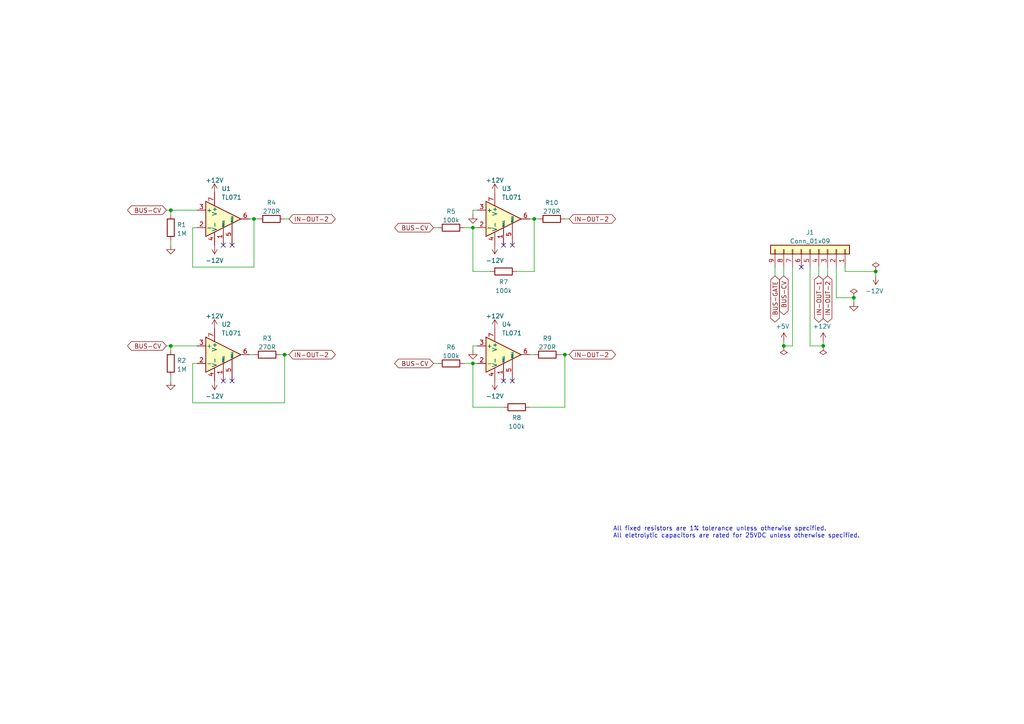
<source format=kicad_sch>
(kicad_sch (version 20211123) (generator eeschema)

  (uuid a1a9a0d8-c6de-418f-9a57-bf7f74b6d401)

  (paper "A4")

  (title_block
    (title "Eurorack ProtoModule")
    (date "2021-10-06")
    (rev "1.0")
    (company "Len Popp")
    (comment 1 "Copyright © 2022 Len Popp CC BY")
    (comment 2 "Circuit design for my custom Eurorack breadboard prototyping module")
  )

  (lib_symbols
    (symbol "-lmp-opamp:TL071" (pin_names (offset 0.127)) (in_bom yes) (on_board yes)
      (property "Reference" "U" (id 0) (at 0 6.35 0)
        (effects (font (size 1.27 1.27)) (justify left))
      )
      (property "Value" "TL071" (id 1) (at 0 3.81 0)
        (effects (font (size 1.27 1.27)) (justify left))
      )
      (property "Footprint" "Package_DIP:DIP-8_W7.62mm" (id 2) (at 1.27 1.27 0)
        (effects (font (size 1.27 1.27)) hide)
      )
      (property "Datasheet" "http://www.ti.com/lit/ds/symlink/tl071.pdf" (id 3) (at 3.81 3.81 0)
        (effects (font (size 1.27 1.27)) hide)
      )
      (property "Manufacturer" "Texas Instruments" (id 4) (at 0 0 0)
        (effects (font (size 1.27 1.27)) hide)
      )
      (property "ManufacturerPartNum" "TL071BCP" (id 5) (at 0 0 0)
        (effects (font (size 1.27 1.27)) hide)
      )
      (property "Distributor" "Digi-Key" (id 6) (at 0 0 0)
        (effects (font (size 1.27 1.27)) hide)
      )
      (property "DistributorPartNum" "296-34258-5-ND" (id 7) (at 0 0 0)
        (effects (font (size 1.27 1.27)) hide)
      )
      (property "DistributorPartLink" "https://www.digikey.ca/en/products/detail/texas-instruments/TL071BCP/1674458" (id 8) (at 0 0 0)
        (effects (font (size 1.27 1.27)) hide)
      )
      (property "Distributor2" "Mouser" (id 9) (at 0 0 0)
        (effects (font (size 1.27 1.27)) hide)
      )
      (property "DistributorPartNum2" "595-TL071IPE4" (id 10) (at 0 0 0)
        (effects (font (size 1.27 1.27)) hide)
      )
      (property "DistributorPartLink2" "https://www.mouser.ca/ProductDetail/Texas-Instruments/TL071IPE4?qs=odmYgEirbwzwe%252BIRDerVMA%3D%3D" (id 11) (at 0 0 0)
        (effects (font (size 1.27 1.27)) hide)
      )
      (property "ki_keywords" "single opamp JFET" (id 12) (at 0 0 0)
        (effects (font (size 1.27 1.27)) hide)
      )
      (property "ki_description" "Single Low-Noise JFET-Input Operational Amplifiers, DIP-8/SOIC-8" (id 13) (at 0 0 0)
        (effects (font (size 1.27 1.27)) hide)
      )
      (property "ki_fp_filters" "SOIC*3.9x4.9mm*P1.27mm* DIP*W7.62mm* TSSOP*3x3mm*P0.65mm*" (id 14) (at 0 0 0)
        (effects (font (size 1.27 1.27)) hide)
      )
      (symbol "TL071_0_1"
        (polyline
          (pts
            (xy -5.08 5.08)
            (xy 5.08 0)
            (xy -5.08 -5.08)
            (xy -5.08 5.08)
          )
          (stroke (width 0.254) (type default) (color 0 0 0 0))
          (fill (type background))
        )
      )
      (symbol "TL071_1_1"
        (pin input line (at 0 -7.62 90) (length 5.08)
          (name "NULL" (effects (font (size 0.508 0.508))))
          (number "1" (effects (font (size 1.27 1.27))))
        )
        (pin input line (at -7.62 -2.54 0) (length 2.54)
          (name "-" (effects (font (size 1.27 1.27))))
          (number "2" (effects (font (size 1.27 1.27))))
        )
        (pin input line (at -7.62 2.54 0) (length 2.54)
          (name "+" (effects (font (size 1.27 1.27))))
          (number "3" (effects (font (size 1.27 1.27))))
        )
        (pin power_in line (at -2.54 -7.62 90) (length 3.81)
          (name "V-" (effects (font (size 1.27 1.27))))
          (number "4" (effects (font (size 1.27 1.27))))
        )
        (pin input line (at 2.54 -7.62 90) (length 6.35)
          (name "NULL" (effects (font (size 0.508 0.508))))
          (number "5" (effects (font (size 1.27 1.27))))
        )
        (pin output line (at 7.62 0 180) (length 2.54)
          (name "~" (effects (font (size 1.27 1.27))))
          (number "6" (effects (font (size 1.27 1.27))))
        )
        (pin power_in line (at -2.54 7.62 270) (length 3.81)
          (name "V+" (effects (font (size 1.27 1.27))))
          (number "7" (effects (font (size 1.27 1.27))))
        )
        (pin no_connect line (at 0 2.54 270) (length 2.54) hide
          (name "NC" (effects (font (size 1.27 1.27))))
          (number "8" (effects (font (size 1.27 1.27))))
        )
      )
    )
    (symbol "-lmp-power:+12V" (power) (pin_names (offset 0)) (in_bom yes) (on_board yes)
      (property "Reference" "#PWR" (id 0) (at 0 -3.81 0)
        (effects (font (size 1.27 1.27)) hide)
      )
      (property "Value" "+12V" (id 1) (at 0 3.556 0)
        (effects (font (size 1.27 1.27)))
      )
      (property "Footprint" "" (id 2) (at 0 0 0)
        (effects (font (size 1.27 1.27)) hide)
      )
      (property "Datasheet" "" (id 3) (at 0 0 0)
        (effects (font (size 1.27 1.27)) hide)
      )
      (property "ki_keywords" "power-flag" (id 4) (at 0 0 0)
        (effects (font (size 1.27 1.27)) hide)
      )
      (property "ki_description" "Power symbol creates a global label with name \"+12V\"" (id 5) (at 0 0 0)
        (effects (font (size 1.27 1.27)) hide)
      )
      (symbol "+12V_0_1"
        (polyline
          (pts
            (xy -0.762 1.27)
            (xy 0 2.54)
          )
          (stroke (width 0) (type default) (color 0 0 0 0))
          (fill (type none))
        )
        (polyline
          (pts
            (xy 0 0)
            (xy 0 2.54)
          )
          (stroke (width 0) (type default) (color 0 0 0 0))
          (fill (type none))
        )
        (polyline
          (pts
            (xy 0 2.54)
            (xy 0.762 1.27)
          )
          (stroke (width 0) (type default) (color 0 0 0 0))
          (fill (type none))
        )
      )
      (symbol "+12V_1_1"
        (pin power_in line (at 0 0 90) (length 0) hide
          (name "+12V" (effects (font (size 1.27 1.27))))
          (number "1" (effects (font (size 1.27 1.27))))
        )
      )
    )
    (symbol "-lmp-power:+5V" (power) (pin_names (offset 0)) (in_bom yes) (on_board yes)
      (property "Reference" "#PWR" (id 0) (at 0 -3.81 0)
        (effects (font (size 1.27 1.27)) hide)
      )
      (property "Value" "+5V" (id 1) (at 0 3.556 0)
        (effects (font (size 1.27 1.27)))
      )
      (property "Footprint" "" (id 2) (at 0 0 0)
        (effects (font (size 1.27 1.27)) hide)
      )
      (property "Datasheet" "" (id 3) (at 0 0 0)
        (effects (font (size 1.27 1.27)) hide)
      )
      (property "ki_keywords" "power-flag" (id 4) (at 0 0 0)
        (effects (font (size 1.27 1.27)) hide)
      )
      (property "ki_description" "Power symbol creates a global label with name \"+5V\"" (id 5) (at 0 0 0)
        (effects (font (size 1.27 1.27)) hide)
      )
      (symbol "+5V_0_1"
        (polyline
          (pts
            (xy -0.762 1.27)
            (xy 0 2.54)
          )
          (stroke (width 0) (type default) (color 0 0 0 0))
          (fill (type none))
        )
        (polyline
          (pts
            (xy 0 0)
            (xy 0 2.54)
          )
          (stroke (width 0) (type default) (color 0 0 0 0))
          (fill (type none))
        )
        (polyline
          (pts
            (xy 0 2.54)
            (xy 0.762 1.27)
          )
          (stroke (width 0) (type default) (color 0 0 0 0))
          (fill (type none))
        )
      )
      (symbol "+5V_1_1"
        (pin power_in line (at 0 0 90) (length 0) hide
          (name "+5V" (effects (font (size 1.27 1.27))))
          (number "1" (effects (font (size 1.27 1.27))))
        )
      )
    )
    (symbol "-lmp-power:-12V" (power) (pin_names (offset 0)) (in_bom yes) (on_board yes)
      (property "Reference" "#PWR" (id 0) (at 0 3.81 0)
        (effects (font (size 1.27 1.27)) hide)
      )
      (property "Value" "-12V" (id 1) (at 0 -3.556 0)
        (effects (font (size 1.27 1.27)))
      )
      (property "Footprint" "" (id 2) (at 0 0 0)
        (effects (font (size 1.27 1.27)) hide)
      )
      (property "Datasheet" "" (id 3) (at 0 0 0)
        (effects (font (size 1.27 1.27)) hide)
      )
      (property "ki_keywords" "power-flag" (id 4) (at 0 0 0)
        (effects (font (size 1.27 1.27)) hide)
      )
      (property "ki_description" "Power symbol creates a global label with name \"-12V\"" (id 5) (at 0 0 0)
        (effects (font (size 1.27 1.27)) hide)
      )
      (symbol "-12V_0_1"
        (polyline
          (pts
            (xy -0.762 -1.27)
            (xy 0 -2.54)
          )
          (stroke (width 0) (type default) (color 0 0 0 0))
          (fill (type none))
        )
        (polyline
          (pts
            (xy 0 -2.54)
            (xy 0.762 -1.27)
          )
          (stroke (width 0) (type default) (color 0 0 0 0))
          (fill (type none))
        )
        (polyline
          (pts
            (xy 0 0)
            (xy 0 -2.54)
          )
          (stroke (width 0) (type default) (color 0 0 0 0))
          (fill (type none))
        )
      )
      (symbol "-12V_1_1"
        (pin power_in line (at 0 0 270) (length 0) hide
          (name "-12V" (effects (font (size 1.27 1.27))))
          (number "1" (effects (font (size 1.27 1.27))))
        )
      )
    )
    (symbol "-lmp-power:GND" (power) (pin_numbers hide) (pin_names (offset 0) hide) (in_bom yes) (on_board yes)
      (property "Reference" "#PWR" (id 0) (at 0 -6.35 0)
        (effects (font (size 1.27 1.27)) hide)
      )
      (property "Value" "GND" (id 1) (at 0 -3.81 0)
        (effects (font (size 1.27 1.27)) hide)
      )
      (property "Footprint" "" (id 2) (at 0 0 0)
        (effects (font (size 1.27 1.27)) hide)
      )
      (property "Datasheet" "" (id 3) (at 0 0 0)
        (effects (font (size 1.27 1.27)) hide)
      )
      (property "ki_keywords" "power-flag" (id 4) (at 0 0 0)
        (effects (font (size 1.27 1.27)) hide)
      )
      (property "ki_description" "Power symbol creates a global label with name \"GND\" , ground" (id 5) (at 0 0 0)
        (effects (font (size 1.27 1.27)) hide)
      )
      (symbol "GND_0_1"
        (polyline
          (pts
            (xy 0 0)
            (xy 0 -1.27)
            (xy 1.27 -1.27)
            (xy 0 -2.54)
            (xy -1.27 -1.27)
            (xy 0 -1.27)
          )
          (stroke (width 0) (type default) (color 0 0 0 0))
          (fill (type none))
        )
      )
      (symbol "GND_1_1"
        (pin power_in line (at 0 0 270) (length 0) hide
          (name "GND" (effects (font (size 1.27 1.27))))
          (number "1" (effects (font (size 1.27 1.27))))
        )
      )
    )
    (symbol "-lmp-power:PWR_FLAG" (power) (pin_numbers hide) (pin_names (offset 0) hide) (in_bom yes) (on_board yes)
      (property "Reference" "#FLG" (id 0) (at 0 1.905 0)
        (effects (font (size 1.27 1.27)) hide)
      )
      (property "Value" "PWR_FLAG" (id 1) (at 0 3.81 0)
        (effects (font (size 1.27 1.27)))
      )
      (property "Footprint" "" (id 2) (at 0 0 0)
        (effects (font (size 1.27 1.27)) hide)
      )
      (property "Datasheet" "~" (id 3) (at 0 0 0)
        (effects (font (size 1.27 1.27)) hide)
      )
      (property "ki_keywords" "power-flag" (id 4) (at 0 0 0)
        (effects (font (size 1.27 1.27)) hide)
      )
      (property "ki_description" "Special symbol for telling ERC where power comes from" (id 5) (at 0 0 0)
        (effects (font (size 1.27 1.27)) hide)
      )
      (symbol "PWR_FLAG_0_0"
        (pin power_out line (at 0 0 90) (length 0)
          (name "pwr" (effects (font (size 1.27 1.27))))
          (number "1" (effects (font (size 1.27 1.27))))
        )
      )
      (symbol "PWR_FLAG_0_1"
        (polyline
          (pts
            (xy 0 0)
            (xy 0 1.27)
            (xy -1.016 1.905)
            (xy 0 2.54)
            (xy 1.016 1.905)
            (xy 0 1.27)
          )
          (stroke (width 0) (type default) (color 0 0 0 0))
          (fill (type none))
        )
      )
    )
    (symbol "-lmp:R_1%_0W166" (pin_numbers hide) (pin_names (offset 0)) (in_bom yes) (on_board yes)
      (property "Reference" "R" (id 0) (at -2.286 0 90)
        (effects (font (size 1.27 1.27)))
      )
      (property "Value" "R_1%_0W166" (id 1) (at 2.413 0 90)
        (effects (font (size 1.27 1.27)))
      )
      (property "Footprint" "-lmp-misc:R_Axial_DIN0207_L6.3mm_D2.5mm_P7.62mm_Horizontal" (id 2) (at -1.778 0 90)
        (effects (font (size 1.27 1.27)) hide)
      )
      (property "Datasheet" "https://www.mouser.ca/datasheet/2/447/Yageo_LR_MFR_1-1714151.pdf" (id 3) (at 0 0 0)
        (effects (font (size 1.27 1.27)) hide)
      )
      (property "Manufacturer" "YAGEO" (id 4) (at 0 0 0)
        (effects (font (size 1.27 1.27)) hide)
      )
      (property "ManufacturerPartNum" "MFR-12*" (id 5) (at 0 0 0)
        (effects (font (size 1.27 1.27)) hide)
      )
      (property "Distributor" "Mouser" (id 6) (at 0 0 0)
        (effects (font (size 1.27 1.27)) hide)
      )
      (property "DistributorPartNum" "603-MFR-12*" (id 7) (at 0 0 0)
        (effects (font (size 1.27 1.27)) hide)
      )
      (property "DistributorPartLink" "https://www.mouser.ca/c/?m=YAGEO&power+rating=166+mW+(1%2f6+W)&tolerance=1+%25&instock=y" (id 8) (at 0 0 0)
        (effects (font (size 1.27 1.27)) hide)
      )
      (property "Value2" "1%, 1/6 W" (id 9) (at 4.953 0 90)
        (effects (font (size 1.27 1.27)) hide)
      )
      (property "ki_keywords" "R res resistor" (id 10) (at 0 0 0)
        (effects (font (size 1.27 1.27)) hide)
      )
      (property "ki_description" "Resistor" (id 11) (at 0 0 0)
        (effects (font (size 1.27 1.27)) hide)
      )
      (property "ki_fp_filters" "R_*" (id 12) (at 0 0 0)
        (effects (font (size 1.27 1.27)) hide)
      )
      (symbol "R_1%_0W166_0_1"
        (rectangle (start -1.016 -2.54) (end 1.016 2.54)
          (stroke (width 0.254) (type default) (color 0 0 0 0))
          (fill (type none))
        )
      )
      (symbol "R_1%_0W166_1_1"
        (pin passive line (at 0 3.81 270) (length 1.27)
          (name "~" (effects (font (size 1.27 1.27))))
          (number "1" (effects (font (size 1.27 1.27))))
        )
        (pin passive line (at 0 -3.81 90) (length 1.27)
          (name "~" (effects (font (size 1.27 1.27))))
          (number "2" (effects (font (size 1.27 1.27))))
        )
      )
    )
    (symbol "Connector_Generic:Conn_01x09" (pin_names (offset 1.016) hide) (in_bom yes) (on_board yes)
      (property "Reference" "J" (id 0) (at 0 12.7 0)
        (effects (font (size 1.27 1.27)))
      )
      (property "Value" "Conn_01x09" (id 1) (at 0 -12.7 0)
        (effects (font (size 1.27 1.27)))
      )
      (property "Footprint" "" (id 2) (at 0 0 0)
        (effects (font (size 1.27 1.27)) hide)
      )
      (property "Datasheet" "~" (id 3) (at 0 0 0)
        (effects (font (size 1.27 1.27)) hide)
      )
      (property "ki_keywords" "connector" (id 4) (at 0 0 0)
        (effects (font (size 1.27 1.27)) hide)
      )
      (property "ki_description" "Generic connector, single row, 01x09, script generated (kicad-library-utils/schlib/autogen/connector/)" (id 5) (at 0 0 0)
        (effects (font (size 1.27 1.27)) hide)
      )
      (property "ki_fp_filters" "Connector*:*_1x??_*" (id 6) (at 0 0 0)
        (effects (font (size 1.27 1.27)) hide)
      )
      (symbol "Conn_01x09_1_1"
        (rectangle (start -1.27 -10.033) (end 0 -10.287)
          (stroke (width 0.1524) (type default) (color 0 0 0 0))
          (fill (type none))
        )
        (rectangle (start -1.27 -7.493) (end 0 -7.747)
          (stroke (width 0.1524) (type default) (color 0 0 0 0))
          (fill (type none))
        )
        (rectangle (start -1.27 -4.953) (end 0 -5.207)
          (stroke (width 0.1524) (type default) (color 0 0 0 0))
          (fill (type none))
        )
        (rectangle (start -1.27 -2.413) (end 0 -2.667)
          (stroke (width 0.1524) (type default) (color 0 0 0 0))
          (fill (type none))
        )
        (rectangle (start -1.27 0.127) (end 0 -0.127)
          (stroke (width 0.1524) (type default) (color 0 0 0 0))
          (fill (type none))
        )
        (rectangle (start -1.27 2.667) (end 0 2.413)
          (stroke (width 0.1524) (type default) (color 0 0 0 0))
          (fill (type none))
        )
        (rectangle (start -1.27 5.207) (end 0 4.953)
          (stroke (width 0.1524) (type default) (color 0 0 0 0))
          (fill (type none))
        )
        (rectangle (start -1.27 7.747) (end 0 7.493)
          (stroke (width 0.1524) (type default) (color 0 0 0 0))
          (fill (type none))
        )
        (rectangle (start -1.27 10.287) (end 0 10.033)
          (stroke (width 0.1524) (type default) (color 0 0 0 0))
          (fill (type none))
        )
        (rectangle (start -1.27 11.43) (end 1.27 -11.43)
          (stroke (width 0.254) (type default) (color 0 0 0 0))
          (fill (type background))
        )
        (pin passive line (at -5.08 10.16 0) (length 3.81)
          (name "Pin_1" (effects (font (size 1.27 1.27))))
          (number "1" (effects (font (size 1.27 1.27))))
        )
        (pin passive line (at -5.08 7.62 0) (length 3.81)
          (name "Pin_2" (effects (font (size 1.27 1.27))))
          (number "2" (effects (font (size 1.27 1.27))))
        )
        (pin passive line (at -5.08 5.08 0) (length 3.81)
          (name "Pin_3" (effects (font (size 1.27 1.27))))
          (number "3" (effects (font (size 1.27 1.27))))
        )
        (pin passive line (at -5.08 2.54 0) (length 3.81)
          (name "Pin_4" (effects (font (size 1.27 1.27))))
          (number "4" (effects (font (size 1.27 1.27))))
        )
        (pin passive line (at -5.08 0 0) (length 3.81)
          (name "Pin_5" (effects (font (size 1.27 1.27))))
          (number "5" (effects (font (size 1.27 1.27))))
        )
        (pin passive line (at -5.08 -2.54 0) (length 3.81)
          (name "Pin_6" (effects (font (size 1.27 1.27))))
          (number "6" (effects (font (size 1.27 1.27))))
        )
        (pin passive line (at -5.08 -5.08 0) (length 3.81)
          (name "Pin_7" (effects (font (size 1.27 1.27))))
          (number "7" (effects (font (size 1.27 1.27))))
        )
        (pin passive line (at -5.08 -7.62 0) (length 3.81)
          (name "Pin_8" (effects (font (size 1.27 1.27))))
          (number "8" (effects (font (size 1.27 1.27))))
        )
        (pin passive line (at -5.08 -10.16 0) (length 3.81)
          (name "Pin_9" (effects (font (size 1.27 1.27))))
          (number "9" (effects (font (size 1.27 1.27))))
        )
      )
    )
  )


  (junction (at 73.66 63.5) (diameter 0) (color 0 0 0 0)
    (uuid 1c4891d0-26d2-414b-b9ca-16ad9c952f55)
  )
  (junction (at 137.16 105.41) (diameter 0) (color 0 0 0 0)
    (uuid 20238bb6-1adc-4914-9a50-ad40af1dc026)
  )
  (junction (at 154.94 63.5) (diameter 0) (color 0 0 0 0)
    (uuid 5f213486-85d2-4129-9a84-f858d07e3832)
  )
  (junction (at 247.65 86.36) (diameter 0) (color 0 0 0 0)
    (uuid 7ea85228-de9d-46bb-aa3c-34dfb8e54239)
  )
  (junction (at 238.76 100.33) (diameter 0) (color 0 0 0 0)
    (uuid 83c70ce6-e441-4b07-80a6-2f5fb8a6492d)
  )
  (junction (at 163.83 102.87) (diameter 0) (color 0 0 0 0)
    (uuid 8a659289-5856-44e3-93dc-93670e2f37aa)
  )
  (junction (at 82.55 102.87) (diameter 0) (color 0 0 0 0)
    (uuid 94c52661-fd6f-48ac-b8f7-7ef2f5bf0e41)
  )
  (junction (at 137.16 66.04) (diameter 0) (color 0 0 0 0)
    (uuid aee6de61-f2e5-4a8e-8889-cb33c216c6c8)
  )
  (junction (at 49.53 60.96) (diameter 0) (color 0 0 0 0)
    (uuid b3346b2b-bf67-4fb1-9577-c7365d689f46)
  )
  (junction (at 254 78.74) (diameter 0) (color 0 0 0 0)
    (uuid d1038279-4eb4-4065-836c-dbd8cfc6d4a4)
  )
  (junction (at 227.33 100.33) (diameter 0) (color 0 0 0 0)
    (uuid e06225e3-eb34-4222-b283-4c5fa1a14550)
  )
  (junction (at 49.53 100.33) (diameter 0) (color 0 0 0 0)
    (uuid f7d5ce75-6cc7-4415-a458-85f8383ca189)
  )

  (no_connect (at 148.59 71.12) (uuid 08bd0943-9d0f-45d4-9072-c4e52b8aba41))
  (no_connect (at 67.31 110.49) (uuid 0a343549-8d38-4e1e-9fd3-e504e0f9e8b7))
  (no_connect (at 148.59 110.49) (uuid 49d6b678-5b16-440a-8564-7be632abf813))
  (no_connect (at 146.05 110.49) (uuid 5c76421b-44e1-4807-9aba-390339e00f5c))
  (no_connect (at 64.77 110.49) (uuid 6716231b-745e-42cb-a359-3303c40b5a03))
  (no_connect (at 67.31 71.12) (uuid 75e71c10-e36f-437e-98ce-fdce24b0210b))
  (no_connect (at 64.77 71.12) (uuid 75e71c10-e36f-437e-98ce-fdce24b0210b))
  (no_connect (at 232.41 77.47) (uuid 90a74f5e-7380-4ff0-bb5e-d9d5841f174b))
  (no_connect (at 146.05 71.12) (uuid c2e3826b-a978-4189-a3d4-16d43e8fbb58))

  (wire (pts (xy 134.62 105.41) (xy 137.16 105.41))
    (stroke (width 0) (type default) (color 0 0 0 0))
    (uuid 006856d0-89b2-4aa9-8641-4dc0411d62a9)
  )
  (wire (pts (xy 162.56 102.87) (xy 163.83 102.87))
    (stroke (width 0) (type default) (color 0 0 0 0))
    (uuid 02beb20a-9d80-40e6-99e9-9dca09a5dede)
  )
  (wire (pts (xy 154.94 78.74) (xy 149.86 78.74))
    (stroke (width 0) (type default) (color 0 0 0 0))
    (uuid 03bc0f58-2a18-43a7-80e0-dae407cd9295)
  )
  (wire (pts (xy 73.66 63.5) (xy 73.66 77.47))
    (stroke (width 0) (type default) (color 0 0 0 0))
    (uuid 0d5b2d47-eaa8-4289-90f9-fa120e319e2e)
  )
  (wire (pts (xy 142.24 78.74) (xy 137.16 78.74))
    (stroke (width 0) (type default) (color 0 0 0 0))
    (uuid 11bc42de-6b38-4c29-ad82-b5afca5f11ad)
  )
  (wire (pts (xy 137.16 78.74) (xy 137.16 66.04))
    (stroke (width 0) (type default) (color 0 0 0 0))
    (uuid 1482dd4d-c84e-4ef5-accd-77145e683dd1)
  )
  (wire (pts (xy 237.49 77.47) (xy 237.49 80.01))
    (stroke (width 0) (type default) (color 0 0 0 0))
    (uuid 15f06c58-f54a-4e99-8411-3b02ee2b6d87)
  )
  (wire (pts (xy 227.33 100.33) (xy 229.87 100.33))
    (stroke (width 0) (type default) (color 0 0 0 0))
    (uuid 16a7e0a2-3e0c-4e8d-a95d-0aa2745b5fd4)
  )
  (wire (pts (xy 134.62 66.04) (xy 137.16 66.04))
    (stroke (width 0) (type default) (color 0 0 0 0))
    (uuid 17cf4545-35c7-4364-8b95-4a5bcda77ceb)
  )
  (wire (pts (xy 245.11 78.74) (xy 254 78.74))
    (stroke (width 0) (type default) (color 0 0 0 0))
    (uuid 1b59498e-fed4-40a3-97df-2886f1711aad)
  )
  (wire (pts (xy 254 78.74) (xy 254 80.01))
    (stroke (width 0) (type default) (color 0 0 0 0))
    (uuid 205abb1a-e53d-43ca-8aa5-51b63e522399)
  )
  (wire (pts (xy 163.83 102.87) (xy 163.83 118.11))
    (stroke (width 0) (type default) (color 0 0 0 0))
    (uuid 322e9c60-cc55-453a-b42d-6abf7480d9b8)
  )
  (wire (pts (xy 137.16 100.33) (xy 137.16 101.6))
    (stroke (width 0) (type default) (color 0 0 0 0))
    (uuid 3b801d4c-8b93-49b4-8511-c16eddc51e2d)
  )
  (wire (pts (xy 48.26 60.96) (xy 49.53 60.96))
    (stroke (width 0) (type default) (color 0 0 0 0))
    (uuid 3ba76240-d995-4449-9a7d-fb900d160f04)
  )
  (wire (pts (xy 227.33 99.06) (xy 227.33 100.33))
    (stroke (width 0) (type default) (color 0 0 0 0))
    (uuid 429879b2-b02e-428e-aa75-e3e41021046f)
  )
  (wire (pts (xy 229.87 100.33) (xy 229.87 77.47))
    (stroke (width 0) (type default) (color 0 0 0 0))
    (uuid 529203ba-fbff-4f97-b041-152e441619f5)
  )
  (wire (pts (xy 234.95 100.33) (xy 238.76 100.33))
    (stroke (width 0) (type default) (color 0 0 0 0))
    (uuid 554b8be7-1943-45a4-a457-6b2d60ac1024)
  )
  (wire (pts (xy 240.03 80.01) (xy 240.03 77.47))
    (stroke (width 0) (type default) (color 0 0 0 0))
    (uuid 57d975d4-6607-4de8-909d-121b06b236cd)
  )
  (wire (pts (xy 154.94 63.5) (xy 154.94 78.74))
    (stroke (width 0) (type default) (color 0 0 0 0))
    (uuid 59d2c51d-4381-4124-98dc-bcb61d5a1454)
  )
  (wire (pts (xy 153.67 102.87) (xy 154.94 102.87))
    (stroke (width 0) (type default) (color 0 0 0 0))
    (uuid 5c3938de-cc1c-4d52-bde0-fd78398ce5e2)
  )
  (wire (pts (xy 55.88 77.47) (xy 55.88 66.04))
    (stroke (width 0) (type default) (color 0 0 0 0))
    (uuid 61b16735-68b9-4db5-b295-e9e281f42664)
  )
  (wire (pts (xy 125.73 105.41) (xy 127 105.41))
    (stroke (width 0) (type default) (color 0 0 0 0))
    (uuid 62d579fa-fb55-424c-9e3a-12877a9ab7ac)
  )
  (wire (pts (xy 165.1 63.5) (xy 163.83 63.5))
    (stroke (width 0) (type default) (color 0 0 0 0))
    (uuid 6657de0d-0d54-4e63-9ce4-4fcffcf1e3be)
  )
  (wire (pts (xy 245.11 78.74) (xy 245.11 77.47))
    (stroke (width 0) (type default) (color 0 0 0 0))
    (uuid 6c027193-51a5-47ee-909d-a5cb24c49931)
  )
  (wire (pts (xy 72.39 102.87) (xy 73.66 102.87))
    (stroke (width 0) (type default) (color 0 0 0 0))
    (uuid 6e804101-ba6f-403f-8708-610b20d2bc40)
  )
  (wire (pts (xy 72.39 63.5) (xy 73.66 63.5))
    (stroke (width 0) (type default) (color 0 0 0 0))
    (uuid 6ff7e046-678e-4edd-920e-6bbaa97b0364)
  )
  (wire (pts (xy 137.16 105.41) (xy 138.43 105.41))
    (stroke (width 0) (type default) (color 0 0 0 0))
    (uuid 77540940-0d81-41d2-b18f-29520a32feff)
  )
  (wire (pts (xy 137.16 118.11) (xy 137.16 105.41))
    (stroke (width 0) (type default) (color 0 0 0 0))
    (uuid 77d1b0e5-cf8f-491b-852f-a4916db9d56a)
  )
  (wire (pts (xy 247.65 86.36) (xy 242.57 86.36))
    (stroke (width 0) (type default) (color 0 0 0 0))
    (uuid 78eaf86f-e933-4844-b00d-e0b3fe26d052)
  )
  (wire (pts (xy 138.43 60.96) (xy 137.16 60.96))
    (stroke (width 0) (type default) (color 0 0 0 0))
    (uuid 7b49a691-cc2b-4def-bb8f-d01570b37720)
  )
  (wire (pts (xy 82.55 102.87) (xy 82.55 116.84))
    (stroke (width 0) (type default) (color 0 0 0 0))
    (uuid 8627c92d-9004-4a8d-b3b0-9de216186a34)
  )
  (wire (pts (xy 153.67 63.5) (xy 154.94 63.5))
    (stroke (width 0) (type default) (color 0 0 0 0))
    (uuid 8b5f8bdf-7a9b-4a3e-818b-7c4569a3c1c1)
  )
  (wire (pts (xy 138.43 100.33) (xy 137.16 100.33))
    (stroke (width 0) (type default) (color 0 0 0 0))
    (uuid 8e52e290-e080-424a-aad5-0e94bef5fd3e)
  )
  (wire (pts (xy 125.73 66.04) (xy 127 66.04))
    (stroke (width 0) (type default) (color 0 0 0 0))
    (uuid 8f88b502-8524-4a07-a805-8d3fe083469c)
  )
  (wire (pts (xy 154.94 63.5) (xy 156.21 63.5))
    (stroke (width 0) (type default) (color 0 0 0 0))
    (uuid 944e6ce5-48ce-49a0-8ee0-0a44f756f4a1)
  )
  (wire (pts (xy 83.82 63.5) (xy 82.55 63.5))
    (stroke (width 0) (type default) (color 0 0 0 0))
    (uuid 95540355-76ce-461a-bb66-54da24f545c3)
  )
  (wire (pts (xy 49.53 100.33) (xy 57.15 100.33))
    (stroke (width 0) (type default) (color 0 0 0 0))
    (uuid 9625865e-5f04-4ebb-9883-04d5459a092f)
  )
  (wire (pts (xy 55.88 116.84) (xy 55.88 105.41))
    (stroke (width 0) (type default) (color 0 0 0 0))
    (uuid 9b131a06-4cf1-4aac-8ef1-1a177d65aa38)
  )
  (wire (pts (xy 227.33 77.47) (xy 227.33 80.01))
    (stroke (width 0) (type default) (color 0 0 0 0))
    (uuid 9bdeda29-d138-4c87-b429-3ac24826c6e2)
  )
  (wire (pts (xy 49.53 71.12) (xy 49.53 69.85))
    (stroke (width 0) (type default) (color 0 0 0 0))
    (uuid 9c495262-dc34-465b-92e9-71edcabe1714)
  )
  (wire (pts (xy 49.53 110.49) (xy 49.53 109.22))
    (stroke (width 0) (type default) (color 0 0 0 0))
    (uuid 9d16a151-b6b1-4a34-bfaf-298326503400)
  )
  (wire (pts (xy 153.67 118.11) (xy 163.83 118.11))
    (stroke (width 0) (type default) (color 0 0 0 0))
    (uuid a1513faf-6ba3-48b6-8d65-9312c70bc61f)
  )
  (wire (pts (xy 48.26 100.33) (xy 49.53 100.33))
    (stroke (width 0) (type default) (color 0 0 0 0))
    (uuid a290032d-a9ef-4feb-9f89-595f8a755361)
  )
  (wire (pts (xy 238.76 99.06) (xy 238.76 100.33))
    (stroke (width 0) (type default) (color 0 0 0 0))
    (uuid aa79643c-4152-4c50-aba6-7db5a76f9181)
  )
  (wire (pts (xy 137.16 60.96) (xy 137.16 62.23))
    (stroke (width 0) (type default) (color 0 0 0 0))
    (uuid b1c30cc7-39e9-4a7a-bcd7-297e49a17c70)
  )
  (wire (pts (xy 146.05 118.11) (xy 137.16 118.11))
    (stroke (width 0) (type default) (color 0 0 0 0))
    (uuid b2a236d7-f86d-406d-bbaf-80087de398b8)
  )
  (wire (pts (xy 74.93 63.5) (xy 73.66 63.5))
    (stroke (width 0) (type default) (color 0 0 0 0))
    (uuid b55c711d-cc3d-4b9a-930a-91a5bcc0e83a)
  )
  (wire (pts (xy 55.88 105.41) (xy 57.15 105.41))
    (stroke (width 0) (type default) (color 0 0 0 0))
    (uuid b7d4ad4d-c8a8-4e17-b34e-5cf63d7bc6c2)
  )
  (wire (pts (xy 55.88 116.84) (xy 82.55 116.84))
    (stroke (width 0) (type default) (color 0 0 0 0))
    (uuid b91b8bfc-df5e-42c3-9613-eae77c5ea44a)
  )
  (wire (pts (xy 137.16 66.04) (xy 138.43 66.04))
    (stroke (width 0) (type default) (color 0 0 0 0))
    (uuid be8dffcf-891b-489c-9d31-3709381c27da)
  )
  (wire (pts (xy 49.53 101.6) (xy 49.53 100.33))
    (stroke (width 0) (type default) (color 0 0 0 0))
    (uuid c6a7ebb1-b6f6-46d9-8f3d-4d747b88a057)
  )
  (wire (pts (xy 224.79 80.01) (xy 224.79 77.47))
    (stroke (width 0) (type default) (color 0 0 0 0))
    (uuid cb381139-6573-4e1a-a168-3c5ba08b42e2)
  )
  (wire (pts (xy 165.1 102.87) (xy 163.83 102.87))
    (stroke (width 0) (type default) (color 0 0 0 0))
    (uuid d10f9bc1-230c-4857-af5c-9947176ef5cc)
  )
  (wire (pts (xy 73.66 77.47) (xy 55.88 77.47))
    (stroke (width 0) (type default) (color 0 0 0 0))
    (uuid dbeb22f8-e3ad-4ae5-ba55-16f24f3d578a)
  )
  (wire (pts (xy 83.82 102.87) (xy 82.55 102.87))
    (stroke (width 0) (type default) (color 0 0 0 0))
    (uuid de886cb5-d613-4778-aaac-d5f6ce6da507)
  )
  (wire (pts (xy 49.53 60.96) (xy 57.15 60.96))
    (stroke (width 0) (type default) (color 0 0 0 0))
    (uuid deffe72a-0291-4f14-af96-bccaee0030a3)
  )
  (wire (pts (xy 55.88 66.04) (xy 57.15 66.04))
    (stroke (width 0) (type default) (color 0 0 0 0))
    (uuid e4625397-ffa1-407b-9542-1df67dad7cd6)
  )
  (wire (pts (xy 81.28 102.87) (xy 82.55 102.87))
    (stroke (width 0) (type default) (color 0 0 0 0))
    (uuid e70bc83f-b61d-424c-b54b-1ff5d31abd34)
  )
  (wire (pts (xy 247.65 87.63) (xy 247.65 86.36))
    (stroke (width 0) (type default) (color 0 0 0 0))
    (uuid e8706f54-c7a3-4555-82cd-9229fecbdb14)
  )
  (wire (pts (xy 234.95 77.47) (xy 234.95 100.33))
    (stroke (width 0) (type default) (color 0 0 0 0))
    (uuid eaabaedd-2c12-4bc6-baad-1eeb19b7d0ae)
  )
  (wire (pts (xy 49.53 62.23) (xy 49.53 60.96))
    (stroke (width 0) (type default) (color 0 0 0 0))
    (uuid f3ab9e55-953f-4a1c-9b2b-28d00122acf4)
  )
  (wire (pts (xy 242.57 77.47) (xy 242.57 86.36))
    (stroke (width 0) (type default) (color 0 0 0 0))
    (uuid faeb5b72-ca69-4936-8963-e27b1abea091)
  )

  (text "All fixed resistors are 1% tolerance unless otherwise specified.\nAll eletrolytic capacitors are rated for 25VDC unless otherwise specified."
    (at 177.8 156.21 0)
    (effects (font (size 1.27 1.27)) (justify left bottom))
    (uuid 97954bdd-6f0e-481b-b33b-a2801266daa9)
  )

  (global_label "IN-OUT-2" (shape bidirectional) (at 83.82 102.87 0) (fields_autoplaced)
    (effects (font (size 1.27 1.27)) (justify left))
    (uuid 2ab23f19-2670-470a-b4e0-e05c99967e6a)
    (property "Intersheet References" "${INTERSHEET_REFS}" (id 0) (at -43.18 200.66 90)
      (effects (font (size 1.27 1.27)) (justify left) hide)
    )
  )
  (global_label "BUS-CV" (shape bidirectional) (at 227.33 80.01 270) (fields_autoplaced)
    (effects (font (size 1.27 1.27)) (justify right))
    (uuid 349eabd2-9157-4e6f-84c8-33beed084473)
    (property "Intersheet References" "${INTERSHEET_REFS}" (id 0) (at 142.24 -46.99 0)
      (effects (font (size 1.27 1.27)) (justify left) hide)
    )
  )
  (global_label "IN-OUT-2" (shape bidirectional) (at 83.82 63.5 0) (fields_autoplaced)
    (effects (font (size 1.27 1.27)) (justify left))
    (uuid 6a8a2e9c-a148-4201-9495-0f977488331c)
    (property "Intersheet References" "${INTERSHEET_REFS}" (id 0) (at -43.18 161.29 90)
      (effects (font (size 1.27 1.27)) (justify left) hide)
    )
  )
  (global_label "BUS-GATE" (shape bidirectional) (at 224.79 80.01 270) (fields_autoplaced)
    (effects (font (size 1.27 1.27)) (justify right))
    (uuid 6ff2874f-e693-46ee-9e7b-44354f6e5884)
    (property "Intersheet References" "${INTERSHEET_REFS}" (id 0) (at 142.24 -46.99 0)
      (effects (font (size 1.27 1.27)) (justify left) hide)
    )
  )
  (global_label "BUS-CV" (shape bidirectional) (at 48.26 60.96 180) (fields_autoplaced)
    (effects (font (size 1.27 1.27)) (justify right))
    (uuid 79395d50-63a0-4cd7-9f45-7a5ad97ee866)
    (property "Intersheet References" "${INTERSHEET_REFS}" (id 0) (at 38.1948 60.8806 0)
      (effects (font (size 1.27 1.27)) (justify right) hide)
    )
  )
  (global_label "BUS-CV" (shape bidirectional) (at 125.73 105.41 180) (fields_autoplaced)
    (effects (font (size 1.27 1.27)) (justify right))
    (uuid a229564d-c323-42cd-ad5d-b6116915c72d)
    (property "Intersheet References" "${INTERSHEET_REFS}" (id 0) (at 115.6648 105.3306 0)
      (effects (font (size 1.27 1.27)) (justify right) hide)
    )
  )
  (global_label "IN-OUT-2" (shape bidirectional) (at 165.1 63.5 0) (fields_autoplaced)
    (effects (font (size 1.27 1.27)) (justify left))
    (uuid a2b4b586-4791-4b48-95be-8a9b97e6e0ac)
    (property "Intersheet References" "${INTERSHEET_REFS}" (id 0) (at 38.1 161.29 90)
      (effects (font (size 1.27 1.27)) (justify left) hide)
    )
  )
  (global_label "IN-OUT-2" (shape bidirectional) (at 165.1 102.87 0) (fields_autoplaced)
    (effects (font (size 1.27 1.27)) (justify left))
    (uuid a9b0e357-452f-4953-a601-56411d28514a)
    (property "Intersheet References" "${INTERSHEET_REFS}" (id 0) (at 38.1 200.66 90)
      (effects (font (size 1.27 1.27)) (justify left) hide)
    )
  )
  (global_label "IN-OUT-1" (shape bidirectional) (at 237.49 80.01 270) (fields_autoplaced)
    (effects (font (size 1.27 1.27)) (justify right))
    (uuid bd8354e6-6367-4dcd-aa20-50a90c915d71)
    (property "Intersheet References" "${INTERSHEET_REFS}" (id 0) (at 142.24 -46.99 0)
      (effects (font (size 1.27 1.27)) (justify left) hide)
    )
  )
  (global_label "BUS-CV" (shape bidirectional) (at 48.26 100.33 180) (fields_autoplaced)
    (effects (font (size 1.27 1.27)) (justify right))
    (uuid c8c19959-50e1-482d-ba78-d630520d9d64)
    (property "Intersheet References" "${INTERSHEET_REFS}" (id 0) (at 38.1948 100.2506 0)
      (effects (font (size 1.27 1.27)) (justify right) hide)
    )
  )
  (global_label "BUS-CV" (shape bidirectional) (at 125.73 66.04 180) (fields_autoplaced)
    (effects (font (size 1.27 1.27)) (justify right))
    (uuid defd5457-3c0b-417b-a951-606cfef40342)
    (property "Intersheet References" "${INTERSHEET_REFS}" (id 0) (at 115.6648 65.9606 0)
      (effects (font (size 1.27 1.27)) (justify right) hide)
    )
  )
  (global_label "IN-OUT-2" (shape bidirectional) (at 240.03 80.01 270) (fields_autoplaced)
    (effects (font (size 1.27 1.27)) (justify right))
    (uuid ef9ab9de-65de-453b-92d1-8911d65e0733)
    (property "Intersheet References" "${INTERSHEET_REFS}" (id 0) (at 142.24 -46.99 0)
      (effects (font (size 1.27 1.27)) (justify left) hide)
    )
  )

  (symbol (lib_id "-lmp-power:GND") (at 247.65 87.63 0) (mirror y) (unit 1)
    (in_bom yes) (on_board yes)
    (uuid 00000000-0000-0000-0000-000060c80bf1)
    (property "Reference" "#PWR04" (id 0) (at 247.65 93.98 0)
      (effects (font (size 1.27 1.27)) hide)
    )
    (property "Value" "GND" (id 1) (at 247.523 92.0242 0)
      (effects (font (size 1.27 1.27)) hide)
    )
    (property "Footprint" "" (id 2) (at 247.65 87.63 0)
      (effects (font (size 1.27 1.27)) hide)
    )
    (property "Datasheet" "" (id 3) (at 247.65 87.63 0)
      (effects (font (size 1.27 1.27)) hide)
    )
    (pin "1" (uuid e2ec5c16-1e72-4a79-81b2-711742440b39))
  )

  (symbol (lib_id "-lmp-power:+12V") (at 238.76 99.06 0) (mirror y) (unit 1)
    (in_bom yes) (on_board yes)
    (uuid 00000000-0000-0000-0000-000060c86281)
    (property "Reference" "#PWR03" (id 0) (at 238.76 102.87 0)
      (effects (font (size 1.27 1.27)) hide)
    )
    (property "Value" "+12V" (id 1) (at 238.379 94.6658 0))
    (property "Footprint" "" (id 2) (at 238.76 99.06 0)
      (effects (font (size 1.27 1.27)) hide)
    )
    (property "Datasheet" "" (id 3) (at 238.76 99.06 0)
      (effects (font (size 1.27 1.27)) hide)
    )
    (pin "1" (uuid cb9b7848-9d34-4033-abc0-fb3ddbc2d6ee))
  )

  (symbol (lib_id "-lmp-power:-12V") (at 254 80.01 0) (mirror y) (unit 1)
    (in_bom yes) (on_board yes)
    (uuid 00000000-0000-0000-0000-000060c864e4)
    (property "Reference" "#PWR05" (id 0) (at 254 76.2 0)
      (effects (font (size 1.27 1.27)) hide)
    )
    (property "Value" "-12V" (id 1) (at 253.619 84.4042 0))
    (property "Footprint" "" (id 2) (at 254 80.01 0)
      (effects (font (size 1.27 1.27)) hide)
    )
    (property "Datasheet" "" (id 3) (at 254 80.01 0)
      (effects (font (size 1.27 1.27)) hide)
    )
    (pin "1" (uuid 295c6d13-2059-4604-98a9-b81bcd528128))
  )

  (symbol (lib_id "-lmp-power:PWR_FLAG") (at 254 78.74 0) (mirror y) (unit 1)
    (in_bom yes) (on_board yes)
    (uuid 00000000-0000-0000-0000-000060c8985d)
    (property "Reference" "#FLG04" (id 0) (at 254 76.835 0)
      (effects (font (size 1.27 1.27)) hide)
    )
    (property "Value" "PWR_FLAG" (id 1) (at 254 74.3458 0)
      (effects (font (size 1.27 1.27)) hide)
    )
    (property "Footprint" "" (id 2) (at 254 78.74 0)
      (effects (font (size 1.27 1.27)) hide)
    )
    (property "Datasheet" "~" (id 3) (at 254 78.74 0)
      (effects (font (size 1.27 1.27)) hide)
    )
    (pin "1" (uuid 4e8fbe1c-0efa-4d82-afdb-411f88ec8eac))
  )

  (symbol (lib_id "-lmp-power:PWR_FLAG") (at 238.76 100.33 0) (mirror x) (unit 1)
    (in_bom yes) (on_board yes)
    (uuid 00000000-0000-0000-0000-000060c89f71)
    (property "Reference" "#FLG05" (id 0) (at 238.76 102.235 0)
      (effects (font (size 1.27 1.27)) hide)
    )
    (property "Value" "PWR_FLAG" (id 1) (at 238.76 104.7242 0)
      (effects (font (size 1.27 1.27)) hide)
    )
    (property "Footprint" "" (id 2) (at 238.76 100.33 0)
      (effects (font (size 1.27 1.27)) hide)
    )
    (property "Datasheet" "~" (id 3) (at 238.76 100.33 0)
      (effects (font (size 1.27 1.27)) hide)
    )
    (pin "1" (uuid e925a42c-cf60-4902-940a-ecd6ab9743a2))
  )

  (symbol (lib_id "Connector_Generic:Conn_01x09") (at 234.95 72.39 270) (mirror x) (unit 1)
    (in_bom yes) (on_board yes) (fields_autoplaced)
    (uuid 00000000-0000-0000-0000-0000615e2370)
    (property "Reference" "J1" (id 0) (at 234.95 67.4202 90))
    (property "Value" "Conn_01x09" (id 1) (at 234.95 69.9571 90))
    (property "Footprint" "Connector_PinHeader_2.54mm:PinHeader_1x09_P2.54mm_Vertical" (id 2) (at 234.95 72.39 0)
      (effects (font (size 1.27 1.27)) hide)
    )
    (property "Datasheet" "~" (id 3) (at 234.95 72.39 0)
      (effects (font (size 1.27 1.27)) hide)
    )
    (pin "1" (uuid 327164a7-bde3-40aa-adf2-70ca6e963d5f))
    (pin "2" (uuid 8d9943a0-30e0-4fcc-926f-acf21b5b98b5))
    (pin "3" (uuid 6de6b1a8-62b8-402a-ac1c-48bdfb0163aa))
    (pin "4" (uuid 0a32f905-3f97-4852-af67-7addb4d70265))
    (pin "5" (uuid 130b9329-4a4c-4794-ac2d-017f1c00c883))
    (pin "6" (uuid 9e3c6631-71f8-40d5-98da-0f0ad50bfdee))
    (pin "7" (uuid 4f3e0480-a16b-40f1-8aa8-17abdd49f8de))
    (pin "8" (uuid a3eb5fff-8b61-445b-97e2-373c87a23cb5))
    (pin "9" (uuid 0bb80455-a1ea-4287-a5e3-1366c4bf5abb))
  )

  (symbol (lib_id "-lmp-power:+5V") (at 227.33 99.06 0) (mirror y) (unit 1)
    (in_bom yes) (on_board yes)
    (uuid 00000000-0000-0000-0000-0000615e4967)
    (property "Reference" "#PWR01" (id 0) (at 227.33 102.87 0)
      (effects (font (size 1.27 1.27)) hide)
    )
    (property "Value" "+5V" (id 1) (at 226.949 94.6658 0))
    (property "Footprint" "" (id 2) (at 227.33 99.06 0)
      (effects (font (size 1.27 1.27)) hide)
    )
    (property "Datasheet" "" (id 3) (at 227.33 99.06 0)
      (effects (font (size 1.27 1.27)) hide)
    )
    (pin "1" (uuid 508ac672-4f4a-4781-9c53-b80271b3c07a))
  )

  (symbol (lib_id "-lmp-power:PWR_FLAG") (at 227.33 100.33 0) (mirror x) (unit 1)
    (in_bom yes) (on_board yes)
    (uuid 00000000-0000-0000-0000-0000615e715d)
    (property "Reference" "#FLG02" (id 0) (at 227.33 102.235 0)
      (effects (font (size 1.27 1.27)) hide)
    )
    (property "Value" "PWR_FLAG" (id 1) (at 227.33 104.7242 0)
      (effects (font (size 1.27 1.27)) hide)
    )
    (property "Footprint" "" (id 2) (at 227.33 100.33 0)
      (effects (font (size 1.27 1.27)) hide)
    )
    (property "Datasheet" "~" (id 3) (at 227.33 100.33 0)
      (effects (font (size 1.27 1.27)) hide)
    )
    (pin "1" (uuid 7bca4f9e-b0b4-4c1d-9e2f-67e281cb4cce))
  )

  (symbol (lib_id "-lmp-power:PWR_FLAG") (at 247.65 86.36 0) (mirror y) (unit 1)
    (in_bom yes) (on_board yes)
    (uuid 00000000-0000-0000-0000-0000615e8b96)
    (property "Reference" "#FLG01" (id 0) (at 247.65 84.455 0)
      (effects (font (size 1.27 1.27)) hide)
    )
    (property "Value" "PWR_FLAG" (id 1) (at 247.65 81.9658 0)
      (effects (font (size 1.27 1.27)) hide)
    )
    (property "Footprint" "" (id 2) (at 247.65 86.36 0)
      (effects (font (size 1.27 1.27)) hide)
    )
    (property "Datasheet" "~" (id 3) (at 247.65 86.36 0)
      (effects (font (size 1.27 1.27)) hide)
    )
    (pin "1" (uuid b77e1d5f-840e-4bdf-b3d8-15e289b4eb95))
  )

  (symbol (lib_id "-lmp-opamp:TL071") (at 146.05 102.87 0) (unit 1)
    (in_bom yes) (on_board yes) (fields_autoplaced)
    (uuid 056a540c-bdf4-49a2-954f-7b04065b3b57)
    (property "Reference" "U4" (id 0) (at 145.5294 94.0902 0)
      (effects (font (size 1.27 1.27)) (justify left))
    )
    (property "Value" "TL071" (id 1) (at 145.5294 96.6271 0)
      (effects (font (size 1.27 1.27)) (justify left))
    )
    (property "Footprint" "Package_DIP:DIP-8_W7.62mm" (id 2) (at 147.32 101.6 0)
      (effects (font (size 1.27 1.27)) hide)
    )
    (property "Datasheet" "http://www.ti.com/lit/ds/symlink/tl071.pdf" (id 3) (at 149.86 99.06 0)
      (effects (font (size 1.27 1.27)) hide)
    )
    (property "Manufacturer" "Texas Instruments" (id 4) (at 146.05 102.87 0)
      (effects (font (size 1.27 1.27)) hide)
    )
    (property "ManufacturerPartNum" "TL071BCP" (id 5) (at 146.05 102.87 0)
      (effects (font (size 1.27 1.27)) hide)
    )
    (property "Distributor" "Digi-Key" (id 6) (at 146.05 102.87 0)
      (effects (font (size 1.27 1.27)) hide)
    )
    (property "DistributorPartNum" "296-34258-5-ND" (id 7) (at 146.05 102.87 0)
      (effects (font (size 1.27 1.27)) hide)
    )
    (property "DistributorPartLink" "https://www.digikey.ca/en/products/detail/texas-instruments/TL071BCP/1674458" (id 8) (at 146.05 102.87 0)
      (effects (font (size 1.27 1.27)) hide)
    )
    (property "Distributor2" "Mouser" (id 9) (at 146.05 102.87 0)
      (effects (font (size 1.27 1.27)) hide)
    )
    (property "DistributorPartNum2" "595-TL071IPE4" (id 10) (at 146.05 102.87 0)
      (effects (font (size 1.27 1.27)) hide)
    )
    (property "DistributorPartLink2" "https://www.mouser.ca/ProductDetail/Texas-Instruments/TL071IPE4?qs=odmYgEirbwzwe%252BIRDerVMA%3D%3D" (id 11) (at 146.05 102.87 0)
      (effects (font (size 1.27 1.27)) hide)
    )
    (pin "1" (uuid b2889c0c-eab3-4776-8fab-66582324f476))
    (pin "2" (uuid f30cb3b5-cb62-41c0-9352-c47b3704590b))
    (pin "3" (uuid 5c2d27c0-2371-4f92-8285-7b5214b16a54))
    (pin "4" (uuid 984697d2-1378-4801-8f5f-d19982da309f))
    (pin "5" (uuid 05e6ffe0-ba0f-4ca1-8763-59a6896a2173))
    (pin "6" (uuid 25e74e24-0769-4935-aea4-3d48ece6ede3))
    (pin "7" (uuid 154233cb-70a4-441d-a319-1d04391463ff))
    (pin "8" (uuid 39833008-40e3-465f-ab45-90bd81b72ea9))
  )

  (symbol (lib_id "-lmp-power:GND") (at 137.16 62.23 0) (unit 1)
    (in_bom yes) (on_board yes) (fields_autoplaced)
    (uuid 244fb563-79f4-48c0-acab-05b00c25c577)
    (property "Reference" "#PWR011" (id 0) (at 137.16 68.58 0)
      (effects (font (size 1.27 1.27)) hide)
    )
    (property "Value" "GND" (id 1) (at 137.16 66.04 0)
      (effects (font (size 1.27 1.27)) hide)
    )
    (property "Footprint" "" (id 2) (at 137.16 62.23 0)
      (effects (font (size 1.27 1.27)) hide)
    )
    (property "Datasheet" "" (id 3) (at 137.16 62.23 0)
      (effects (font (size 1.27 1.27)) hide)
    )
    (pin "1" (uuid e70c855d-f946-4122-b695-a04c65ffb871))
  )

  (symbol (lib_id "-lmp-power:GND") (at 137.16 101.6 0) (unit 1)
    (in_bom yes) (on_board yes) (fields_autoplaced)
    (uuid 37bc5f4d-6efb-44f4-a90b-18641211dc5e)
    (property "Reference" "#PWR012" (id 0) (at 137.16 107.95 0)
      (effects (font (size 1.27 1.27)) hide)
    )
    (property "Value" "GND" (id 1) (at 137.16 105.41 0)
      (effects (font (size 1.27 1.27)) hide)
    )
    (property "Footprint" "" (id 2) (at 137.16 101.6 0)
      (effects (font (size 1.27 1.27)) hide)
    )
    (property "Datasheet" "" (id 3) (at 137.16 101.6 0)
      (effects (font (size 1.27 1.27)) hide)
    )
    (pin "1" (uuid e47c9d44-050e-478f-a673-c0834c14d669))
  )

  (symbol (lib_id "-lmp-power:+12V") (at 62.23 95.25 0) (unit 1)
    (in_bom yes) (on_board yes) (fields_autoplaced)
    (uuid 3ea50e05-2335-47e4-9d71-3c84f9b51b51)
    (property "Reference" "#PWR09" (id 0) (at 62.23 99.06 0)
      (effects (font (size 1.27 1.27)) hide)
    )
    (property "Value" "+12V" (id 1) (at 62.23 91.6742 0))
    (property "Footprint" "" (id 2) (at 62.23 95.25 0)
      (effects (font (size 1.27 1.27)) hide)
    )
    (property "Datasheet" "" (id 3) (at 62.23 95.25 0)
      (effects (font (size 1.27 1.27)) hide)
    )
    (pin "1" (uuid 2590ceb6-1fda-4faa-aadb-db1b9ec2c7c7))
  )

  (symbol (lib_id "-lmp:R_1%_0W166") (at 49.53 105.41 0) (unit 1)
    (in_bom yes) (on_board yes) (fields_autoplaced)
    (uuid 469a30ed-e1c9-45d2-bcdc-d4d78d0ab7db)
    (property "Reference" "R2" (id 0) (at 51.308 104.5753 0)
      (effects (font (size 1.27 1.27)) (justify left))
    )
    (property "Value" "1M" (id 1) (at 51.308 107.1122 0)
      (effects (font (size 1.27 1.27)) (justify left))
    )
    (property "Footprint" "-lmp-misc:R_Axial_DIN0207_L6.3mm_D2.5mm_P7.62mm_Horizontal" (id 2) (at 47.752 105.41 90)
      (effects (font (size 1.27 1.27)) hide)
    )
    (property "Datasheet" "https://www.mouser.ca/datasheet/2/447/Yageo_LR_MFR_1-1714151.pdf" (id 3) (at 49.53 105.41 0)
      (effects (font (size 1.27 1.27)) hide)
    )
    (property "Manufacturer" "YAGEO" (id 4) (at 49.53 105.41 0)
      (effects (font (size 1.27 1.27)) hide)
    )
    (property "ManufacturerPartNum" "MFR-12*" (id 5) (at 49.53 105.41 0)
      (effects (font (size 1.27 1.27)) hide)
    )
    (property "Distributor" "Mouser" (id 6) (at 49.53 105.41 0)
      (effects (font (size 1.27 1.27)) hide)
    )
    (property "DistributorPartNum" "603-MFR-12*" (id 7) (at 49.53 105.41 0)
      (effects (font (size 1.27 1.27)) hide)
    )
    (property "DistributorPartLink" "https://www.mouser.ca/c/?m=YAGEO&power+rating=166+mW+(1%2f6+W)&tolerance=1+%25&instock=y" (id 8) (at 49.53 105.41 0)
      (effects (font (size 1.27 1.27)) hide)
    )
    (property "Value2" "1%, 1/6 W" (id 9) (at 54.483 105.41 90)
      (effects (font (size 1.27 1.27)) hide)
    )
    (pin "1" (uuid 5e54f7b9-1b3b-4ed8-9ef4-5ff2d70a3cb4))
    (pin "2" (uuid bad5aa7f-5395-4582-a45d-db49b947ec76))
  )

  (symbol (lib_id "-lmp-power:-12V") (at 62.23 110.49 0) (unit 1)
    (in_bom yes) (on_board yes) (fields_autoplaced)
    (uuid 57ae5715-2962-486d-b7a9-cb2b97618bf9)
    (property "Reference" "#PWR010" (id 0) (at 62.23 106.68 0)
      (effects (font (size 1.27 1.27)) hide)
    )
    (property "Value" "-12V" (id 1) (at 62.23 114.9334 0))
    (property "Footprint" "" (id 2) (at 62.23 110.49 0)
      (effects (font (size 1.27 1.27)) hide)
    )
    (property "Datasheet" "" (id 3) (at 62.23 110.49 0)
      (effects (font (size 1.27 1.27)) hide)
    )
    (pin "1" (uuid eb63c747-e459-46b1-8846-15839323b351))
  )

  (symbol (lib_id "-lmp:R_1%_0W166") (at 149.86 118.11 90) (unit 1)
    (in_bom yes) (on_board yes) (fields_autoplaced)
    (uuid 5e2dae0c-a326-4b2c-92a2-67c434c84bca)
    (property "Reference" "R8" (id 0) (at 149.86 121.1564 90))
    (property "Value" "100k" (id 1) (at 149.86 123.6933 90))
    (property "Footprint" "-lmp-misc:R_Axial_DIN0207_L6.3mm_D2.5mm_P7.62mm_Horizontal" (id 2) (at 149.86 119.888 90)
      (effects (font (size 1.27 1.27)) hide)
    )
    (property "Datasheet" "https://www.mouser.ca/datasheet/2/447/Yageo_LR_MFR_1-1714151.pdf" (id 3) (at 149.86 118.11 0)
      (effects (font (size 1.27 1.27)) hide)
    )
    (property "Manufacturer" "YAGEO" (id 4) (at 149.86 118.11 0)
      (effects (font (size 1.27 1.27)) hide)
    )
    (property "ManufacturerPartNum" "MFR-12*" (id 5) (at 149.86 118.11 0)
      (effects (font (size 1.27 1.27)) hide)
    )
    (property "Distributor" "Mouser" (id 6) (at 149.86 118.11 0)
      (effects (font (size 1.27 1.27)) hide)
    )
    (property "DistributorPartNum" "603-MFR-12*" (id 7) (at 149.86 118.11 0)
      (effects (font (size 1.27 1.27)) hide)
    )
    (property "DistributorPartLink" "https://www.mouser.ca/c/?m=YAGEO&power+rating=166+mW+(1%2f6+W)&tolerance=1+%25&instock=y" (id 8) (at 149.86 118.11 0)
      (effects (font (size 1.27 1.27)) hide)
    )
    (property "Value2" "1%, 1/6 W" (id 9) (at 149.86 113.157 90)
      (effects (font (size 1.27 1.27)) hide)
    )
    (pin "1" (uuid b1ab9f97-1df7-448c-acd3-f3593edbc272))
    (pin "2" (uuid d2093ea8-8896-414d-a3c7-c99b91e2ae2d))
  )

  (symbol (lib_id "-lmp-power:-12V") (at 62.23 71.12 0) (unit 1)
    (in_bom yes) (on_board yes) (fields_autoplaced)
    (uuid 6b964d38-8618-49f8-a272-226424eaf7e2)
    (property "Reference" "#PWR08" (id 0) (at 62.23 67.31 0)
      (effects (font (size 1.27 1.27)) hide)
    )
    (property "Value" "-12V" (id 1) (at 62.23 75.5634 0))
    (property "Footprint" "" (id 2) (at 62.23 71.12 0)
      (effects (font (size 1.27 1.27)) hide)
    )
    (property "Datasheet" "" (id 3) (at 62.23 71.12 0)
      (effects (font (size 1.27 1.27)) hide)
    )
    (pin "1" (uuid bbefdb2a-8205-46e6-b2f0-5ea830e52e03))
  )

  (symbol (lib_id "-lmp:R_1%_0W166") (at 49.53 66.04 0) (unit 1)
    (in_bom yes) (on_board yes) (fields_autoplaced)
    (uuid 7997bca4-a7bc-456c-bd40-57788d1625d0)
    (property "Reference" "R1" (id 0) (at 51.308 65.2053 0)
      (effects (font (size 1.27 1.27)) (justify left))
    )
    (property "Value" "1M" (id 1) (at 51.308 67.7422 0)
      (effects (font (size 1.27 1.27)) (justify left))
    )
    (property "Footprint" "-lmp-misc:R_Axial_DIN0207_L6.3mm_D2.5mm_P7.62mm_Horizontal" (id 2) (at 47.752 66.04 90)
      (effects (font (size 1.27 1.27)) hide)
    )
    (property "Datasheet" "https://www.mouser.ca/datasheet/2/447/Yageo_LR_MFR_1-1714151.pdf" (id 3) (at 49.53 66.04 0)
      (effects (font (size 1.27 1.27)) hide)
    )
    (property "Manufacturer" "YAGEO" (id 4) (at 49.53 66.04 0)
      (effects (font (size 1.27 1.27)) hide)
    )
    (property "ManufacturerPartNum" "MFR-12*" (id 5) (at 49.53 66.04 0)
      (effects (font (size 1.27 1.27)) hide)
    )
    (property "Distributor" "Mouser" (id 6) (at 49.53 66.04 0)
      (effects (font (size 1.27 1.27)) hide)
    )
    (property "DistributorPartNum" "603-MFR-12*" (id 7) (at 49.53 66.04 0)
      (effects (font (size 1.27 1.27)) hide)
    )
    (property "DistributorPartLink" "https://www.mouser.ca/c/?m=YAGEO&power+rating=166+mW+(1%2f6+W)&tolerance=1+%25&instock=y" (id 8) (at 49.53 66.04 0)
      (effects (font (size 1.27 1.27)) hide)
    )
    (property "Value2" "1%, 1/6 W" (id 9) (at 54.483 66.04 90)
      (effects (font (size 1.27 1.27)) hide)
    )
    (pin "1" (uuid 8b78c1e9-4a19-4f23-b1ae-57112df13c3e))
    (pin "2" (uuid f2f9bf80-78e3-4731-8ae2-4491e3d86510))
  )

  (symbol (lib_id "-lmp-opamp:TL071") (at 64.77 63.5 0) (unit 1)
    (in_bom yes) (on_board yes) (fields_autoplaced)
    (uuid 9f336830-a8ed-4edb-87ba-e68c7769ef6f)
    (property "Reference" "U1" (id 0) (at 64.2494 54.7202 0)
      (effects (font (size 1.27 1.27)) (justify left))
    )
    (property "Value" "TL071" (id 1) (at 64.2494 57.2571 0)
      (effects (font (size 1.27 1.27)) (justify left))
    )
    (property "Footprint" "Package_DIP:DIP-8_W7.62mm" (id 2) (at 66.04 62.23 0)
      (effects (font (size 1.27 1.27)) hide)
    )
    (property "Datasheet" "http://www.ti.com/lit/ds/symlink/tl071.pdf" (id 3) (at 68.58 59.69 0)
      (effects (font (size 1.27 1.27)) hide)
    )
    (property "Manufacturer" "Texas Instruments" (id 4) (at 64.77 63.5 0)
      (effects (font (size 1.27 1.27)) hide)
    )
    (property "ManufacturerPartNum" "TL071BCP" (id 5) (at 64.77 63.5 0)
      (effects (font (size 1.27 1.27)) hide)
    )
    (property "Distributor" "Digi-Key" (id 6) (at 64.77 63.5 0)
      (effects (font (size 1.27 1.27)) hide)
    )
    (property "DistributorPartNum" "296-34258-5-ND" (id 7) (at 64.77 63.5 0)
      (effects (font (size 1.27 1.27)) hide)
    )
    (property "DistributorPartLink" "https://www.digikey.ca/en/products/detail/texas-instruments/TL071BCP/1674458" (id 8) (at 64.77 63.5 0)
      (effects (font (size 1.27 1.27)) hide)
    )
    (property "Distributor2" "Mouser" (id 9) (at 64.77 63.5 0)
      (effects (font (size 1.27 1.27)) hide)
    )
    (property "DistributorPartNum2" "595-TL071IPE4" (id 10) (at 64.77 63.5 0)
      (effects (font (size 1.27 1.27)) hide)
    )
    (property "DistributorPartLink2" "https://www.mouser.ca/ProductDetail/Texas-Instruments/TL071IPE4?qs=odmYgEirbwzwe%252BIRDerVMA%3D%3D" (id 11) (at 64.77 63.5 0)
      (effects (font (size 1.27 1.27)) hide)
    )
    (pin "1" (uuid 44459e60-67a5-4d12-a073-e68d6ba34d03))
    (pin "2" (uuid ca5716d7-7918-4247-b3ab-29d260b1c2b8))
    (pin "3" (uuid baec381a-440e-439a-b49f-3d188cc33430))
    (pin "4" (uuid a20810b5-1cbb-4521-b840-5526b17b2c8d))
    (pin "5" (uuid 676ee0b8-f6fe-4ef0-a4b9-73795229c920))
    (pin "6" (uuid 65306168-8639-4240-b965-c5cbf822d7de))
    (pin "7" (uuid 7ce8e646-c218-4d42-986b-4740ce47d907))
    (pin "8" (uuid ba50a66d-342a-4875-ba2d-d223af7c5d18))
  )

  (symbol (lib_id "-lmp-power:+12V") (at 62.23 55.88 0) (unit 1)
    (in_bom yes) (on_board yes) (fields_autoplaced)
    (uuid a5a77dcd-f0ae-4426-a8ab-597f7c346da2)
    (property "Reference" "#PWR07" (id 0) (at 62.23 59.69 0)
      (effects (font (size 1.27 1.27)) hide)
    )
    (property "Value" "+12V" (id 1) (at 62.23 52.3042 0))
    (property "Footprint" "" (id 2) (at 62.23 55.88 0)
      (effects (font (size 1.27 1.27)) hide)
    )
    (property "Datasheet" "" (id 3) (at 62.23 55.88 0)
      (effects (font (size 1.27 1.27)) hide)
    )
    (pin "1" (uuid 47e82be6-251e-4aa7-9ec3-adfab8398baf))
  )

  (symbol (lib_id "-lmp-power:-12V") (at 143.51 71.12 0) (unit 1)
    (in_bom yes) (on_board yes) (fields_autoplaced)
    (uuid a791bcf1-d025-4272-b591-aa353ae63ee2)
    (property "Reference" "#PWR014" (id 0) (at 143.51 67.31 0)
      (effects (font (size 1.27 1.27)) hide)
    )
    (property "Value" "-12V" (id 1) (at 143.51 75.5634 0))
    (property "Footprint" "" (id 2) (at 143.51 71.12 0)
      (effects (font (size 1.27 1.27)) hide)
    )
    (property "Datasheet" "" (id 3) (at 143.51 71.12 0)
      (effects (font (size 1.27 1.27)) hide)
    )
    (pin "1" (uuid f6a8d123-b84e-4893-ac3f-d2dd17d58fc5))
  )

  (symbol (lib_id "-lmp:R_1%_0W166") (at 146.05 78.74 90) (unit 1)
    (in_bom yes) (on_board yes) (fields_autoplaced)
    (uuid b2793be4-2b85-47d1-abcc-5f5c941e05b2)
    (property "Reference" "R7" (id 0) (at 146.05 81.7864 90))
    (property "Value" "100k" (id 1) (at 146.05 84.3233 90))
    (property "Footprint" "-lmp-misc:R_Axial_DIN0207_L6.3mm_D2.5mm_P7.62mm_Horizontal" (id 2) (at 146.05 80.518 90)
      (effects (font (size 1.27 1.27)) hide)
    )
    (property "Datasheet" "https://www.mouser.ca/datasheet/2/447/Yageo_LR_MFR_1-1714151.pdf" (id 3) (at 146.05 78.74 0)
      (effects (font (size 1.27 1.27)) hide)
    )
    (property "Manufacturer" "YAGEO" (id 4) (at 146.05 78.74 0)
      (effects (font (size 1.27 1.27)) hide)
    )
    (property "ManufacturerPartNum" "MFR-12*" (id 5) (at 146.05 78.74 0)
      (effects (font (size 1.27 1.27)) hide)
    )
    (property "Distributor" "Mouser" (id 6) (at 146.05 78.74 0)
      (effects (font (size 1.27 1.27)) hide)
    )
    (property "DistributorPartNum" "603-MFR-12*" (id 7) (at 146.05 78.74 0)
      (effects (font (size 1.27 1.27)) hide)
    )
    (property "DistributorPartLink" "https://www.mouser.ca/c/?m=YAGEO&power+rating=166+mW+(1%2f6+W)&tolerance=1+%25&instock=y" (id 8) (at 146.05 78.74 0)
      (effects (font (size 1.27 1.27)) hide)
    )
    (property "Value2" "1%, 1/6 W" (id 9) (at 146.05 73.787 90)
      (effects (font (size 1.27 1.27)) hide)
    )
    (pin "1" (uuid 034131be-c691-40ef-ba2c-903cface75a4))
    (pin "2" (uuid e5e7001f-b546-446e-b2c4-5f7f5bbffd67))
  )

  (symbol (lib_id "-lmp-opamp:TL071") (at 146.05 63.5 0) (unit 1)
    (in_bom yes) (on_board yes) (fields_autoplaced)
    (uuid c012e916-a8f4-47a8-a955-4caab940533b)
    (property "Reference" "U3" (id 0) (at 145.5294 54.7202 0)
      (effects (font (size 1.27 1.27)) (justify left))
    )
    (property "Value" "TL071" (id 1) (at 145.5294 57.2571 0)
      (effects (font (size 1.27 1.27)) (justify left))
    )
    (property "Footprint" "Package_DIP:DIP-8_W7.62mm" (id 2) (at 147.32 62.23 0)
      (effects (font (size 1.27 1.27)) hide)
    )
    (property "Datasheet" "http://www.ti.com/lit/ds/symlink/tl071.pdf" (id 3) (at 149.86 59.69 0)
      (effects (font (size 1.27 1.27)) hide)
    )
    (property "Manufacturer" "Texas Instruments" (id 4) (at 146.05 63.5 0)
      (effects (font (size 1.27 1.27)) hide)
    )
    (property "ManufacturerPartNum" "TL071BCP" (id 5) (at 146.05 63.5 0)
      (effects (font (size 1.27 1.27)) hide)
    )
    (property "Distributor" "Digi-Key" (id 6) (at 146.05 63.5 0)
      (effects (font (size 1.27 1.27)) hide)
    )
    (property "DistributorPartNum" "296-34258-5-ND" (id 7) (at 146.05 63.5 0)
      (effects (font (size 1.27 1.27)) hide)
    )
    (property "DistributorPartLink" "https://www.digikey.ca/en/products/detail/texas-instruments/TL071BCP/1674458" (id 8) (at 146.05 63.5 0)
      (effects (font (size 1.27 1.27)) hide)
    )
    (property "Distributor2" "Mouser" (id 9) (at 146.05 63.5 0)
      (effects (font (size 1.27 1.27)) hide)
    )
    (property "DistributorPartNum2" "595-TL071IPE4" (id 10) (at 146.05 63.5 0)
      (effects (font (size 1.27 1.27)) hide)
    )
    (property "DistributorPartLink2" "https://www.mouser.ca/ProductDetail/Texas-Instruments/TL071IPE4?qs=odmYgEirbwzwe%252BIRDerVMA%3D%3D" (id 11) (at 146.05 63.5 0)
      (effects (font (size 1.27 1.27)) hide)
    )
    (pin "1" (uuid be60b984-f122-4327-a2ca-79fc07592c0d))
    (pin "2" (uuid 093470a4-c6c1-48f7-b481-470ef74a4502))
    (pin "3" (uuid 96b4a106-a112-4182-8cd2-5af13c6906d9))
    (pin "4" (uuid 8ade4b99-2f1d-46e9-b99d-6e5a33550a10))
    (pin "5" (uuid 4b1263ac-1798-4bcf-a25e-28c84aa9c6eb))
    (pin "6" (uuid 88d82476-bdcb-4f66-92e6-65a547a22453))
    (pin "7" (uuid 4ec5078c-8fd5-47c4-a36f-29a43c4aabd9))
    (pin "8" (uuid a9050568-b72f-48c0-882a-f509eef08ecc))
  )

  (symbol (lib_id "-lmp-opamp:TL071") (at 64.77 102.87 0) (unit 1)
    (in_bom yes) (on_board yes) (fields_autoplaced)
    (uuid c66ab959-3b8e-48b2-9400-7a5faa1a634a)
    (property "Reference" "U2" (id 0) (at 64.2494 94.0902 0)
      (effects (font (size 1.27 1.27)) (justify left))
    )
    (property "Value" "TL071" (id 1) (at 64.2494 96.6271 0)
      (effects (font (size 1.27 1.27)) (justify left))
    )
    (property "Footprint" "Package_DIP:DIP-8_W7.62mm" (id 2) (at 66.04 101.6 0)
      (effects (font (size 1.27 1.27)) hide)
    )
    (property "Datasheet" "http://www.ti.com/lit/ds/symlink/tl071.pdf" (id 3) (at 68.58 99.06 0)
      (effects (font (size 1.27 1.27)) hide)
    )
    (property "Manufacturer" "Texas Instruments" (id 4) (at 64.77 102.87 0)
      (effects (font (size 1.27 1.27)) hide)
    )
    (property "ManufacturerPartNum" "TL071BCP" (id 5) (at 64.77 102.87 0)
      (effects (font (size 1.27 1.27)) hide)
    )
    (property "Distributor" "Digi-Key" (id 6) (at 64.77 102.87 0)
      (effects (font (size 1.27 1.27)) hide)
    )
    (property "DistributorPartNum" "296-34258-5-ND" (id 7) (at 64.77 102.87 0)
      (effects (font (size 1.27 1.27)) hide)
    )
    (property "DistributorPartLink" "https://www.digikey.ca/en/products/detail/texas-instruments/TL071BCP/1674458" (id 8) (at 64.77 102.87 0)
      (effects (font (size 1.27 1.27)) hide)
    )
    (property "Distributor2" "Mouser" (id 9) (at 64.77 102.87 0)
      (effects (font (size 1.27 1.27)) hide)
    )
    (property "DistributorPartNum2" "595-TL071IPE4" (id 10) (at 64.77 102.87 0)
      (effects (font (size 1.27 1.27)) hide)
    )
    (property "DistributorPartLink2" "https://www.mouser.ca/ProductDetail/Texas-Instruments/TL071IPE4?qs=odmYgEirbwzwe%252BIRDerVMA%3D%3D" (id 11) (at 64.77 102.87 0)
      (effects (font (size 1.27 1.27)) hide)
    )
    (pin "1" (uuid fbf2365a-a1bf-431f-8cd8-d46245a65435))
    (pin "2" (uuid 5146f10a-b691-4a94-90d0-53e5e908cffe))
    (pin "3" (uuid dd3ab0fc-c293-4186-ab3c-4144084a020b))
    (pin "4" (uuid 598a9569-f037-4d93-8a51-1fa177cfb164))
    (pin "5" (uuid aa5638bb-fa09-4f4c-89e8-ea41425d2d63))
    (pin "6" (uuid 994ef6f2-1536-49ad-b4b8-3798ceed2b80))
    (pin "7" (uuid d9e7d6ca-cbed-4797-a028-33afade9f422))
    (pin "8" (uuid d0eca3f2-93ef-4ee2-9d82-4800be822cfa))
  )

  (symbol (lib_id "-lmp:R_1%_0W166") (at 130.81 66.04 90) (unit 1)
    (in_bom yes) (on_board yes) (fields_autoplaced)
    (uuid c9e5f8c8-e159-4524-b8a3-839545d407b3)
    (property "Reference" "R5" (id 0) (at 130.81 61.3242 90))
    (property "Value" "100k" (id 1) (at 130.81 63.8611 90))
    (property "Footprint" "-lmp-misc:R_Axial_DIN0207_L6.3mm_D2.5mm_P7.62mm_Horizontal" (id 2) (at 130.81 67.818 90)
      (effects (font (size 1.27 1.27)) hide)
    )
    (property "Datasheet" "https://www.mouser.ca/datasheet/2/447/Yageo_LR_MFR_1-1714151.pdf" (id 3) (at 130.81 66.04 0)
      (effects (font (size 1.27 1.27)) hide)
    )
    (property "Manufacturer" "YAGEO" (id 4) (at 130.81 66.04 0)
      (effects (font (size 1.27 1.27)) hide)
    )
    (property "ManufacturerPartNum" "MFR-12*" (id 5) (at 130.81 66.04 0)
      (effects (font (size 1.27 1.27)) hide)
    )
    (property "Distributor" "Mouser" (id 6) (at 130.81 66.04 0)
      (effects (font (size 1.27 1.27)) hide)
    )
    (property "DistributorPartNum" "603-MFR-12*" (id 7) (at 130.81 66.04 0)
      (effects (font (size 1.27 1.27)) hide)
    )
    (property "DistributorPartLink" "https://www.mouser.ca/c/?m=YAGEO&power+rating=166+mW+(1%2f6+W)&tolerance=1+%25&instock=y" (id 8) (at 130.81 66.04 0)
      (effects (font (size 1.27 1.27)) hide)
    )
    (property "Value2" "1%, 1/6 W" (id 9) (at 130.81 61.087 90)
      (effects (font (size 1.27 1.27)) hide)
    )
    (pin "1" (uuid 04681c2d-d21b-4910-a6c1-458a8e4c2880))
    (pin "2" (uuid aecd08e3-c151-4b22-a306-363edb6b7091))
  )

  (symbol (lib_id "-lmp:R_1%_0W166") (at 78.74 63.5 90) (unit 1)
    (in_bom yes) (on_board yes) (fields_autoplaced)
    (uuid cfa4ec7d-32d1-4c19-9878-379d972b44dd)
    (property "Reference" "R4" (id 0) (at 78.74 58.7842 90))
    (property "Value" "270R" (id 1) (at 78.74 61.3211 90))
    (property "Footprint" "-lmp-misc:R_Axial_DIN0207_L6.3mm_D2.5mm_P7.62mm_Horizontal" (id 2) (at 78.74 65.278 90)
      (effects (font (size 1.27 1.27)) hide)
    )
    (property "Datasheet" "https://www.mouser.ca/datasheet/2/447/Yageo_LR_MFR_1-1714151.pdf" (id 3) (at 78.74 63.5 0)
      (effects (font (size 1.27 1.27)) hide)
    )
    (property "Manufacturer" "YAGEO" (id 4) (at 78.74 63.5 0)
      (effects (font (size 1.27 1.27)) hide)
    )
    (property "ManufacturerPartNum" "MFR-12*" (id 5) (at 78.74 63.5 0)
      (effects (font (size 1.27 1.27)) hide)
    )
    (property "Distributor" "Mouser" (id 6) (at 78.74 63.5 0)
      (effects (font (size 1.27 1.27)) hide)
    )
    (property "DistributorPartNum" "603-MFR-12*" (id 7) (at 78.74 63.5 0)
      (effects (font (size 1.27 1.27)) hide)
    )
    (property "DistributorPartLink" "https://www.mouser.ca/c/?m=YAGEO&power+rating=166+mW+(1%2f6+W)&tolerance=1+%25&instock=y" (id 8) (at 78.74 63.5 0)
      (effects (font (size 1.27 1.27)) hide)
    )
    (property "Value2" "1%, 1/6 W" (id 9) (at 78.74 58.547 90)
      (effects (font (size 1.27 1.27)) hide)
    )
    (pin "1" (uuid 78d5eda2-3d6b-4461-8015-3a68f31c84cb))
    (pin "2" (uuid 58034fb5-b095-452e-bc95-443201cc30b8))
  )

  (symbol (lib_id "-lmp-power:+12V") (at 143.51 55.88 0) (unit 1)
    (in_bom yes) (on_board yes) (fields_autoplaced)
    (uuid d88f0884-f51c-4355-8ecb-aa6df24949c3)
    (property "Reference" "#PWR013" (id 0) (at 143.51 59.69 0)
      (effects (font (size 1.27 1.27)) hide)
    )
    (property "Value" "+12V" (id 1) (at 143.51 52.3042 0))
    (property "Footprint" "" (id 2) (at 143.51 55.88 0)
      (effects (font (size 1.27 1.27)) hide)
    )
    (property "Datasheet" "" (id 3) (at 143.51 55.88 0)
      (effects (font (size 1.27 1.27)) hide)
    )
    (pin "1" (uuid 08e09116-a2b4-4043-b70c-497745f4df42))
  )

  (symbol (lib_id "-lmp:R_1%_0W166") (at 130.81 105.41 90) (unit 1)
    (in_bom yes) (on_board yes) (fields_autoplaced)
    (uuid dde7747f-6685-4209-b543-2e9c5f5b98ec)
    (property "Reference" "R6" (id 0) (at 130.81 100.6942 90))
    (property "Value" "100k" (id 1) (at 130.81 103.2311 90))
    (property "Footprint" "-lmp-misc:R_Axial_DIN0207_L6.3mm_D2.5mm_P7.62mm_Horizontal" (id 2) (at 130.81 107.188 90)
      (effects (font (size 1.27 1.27)) hide)
    )
    (property "Datasheet" "https://www.mouser.ca/datasheet/2/447/Yageo_LR_MFR_1-1714151.pdf" (id 3) (at 130.81 105.41 0)
      (effects (font (size 1.27 1.27)) hide)
    )
    (property "Manufacturer" "YAGEO" (id 4) (at 130.81 105.41 0)
      (effects (font (size 1.27 1.27)) hide)
    )
    (property "ManufacturerPartNum" "MFR-12*" (id 5) (at 130.81 105.41 0)
      (effects (font (size 1.27 1.27)) hide)
    )
    (property "Distributor" "Mouser" (id 6) (at 130.81 105.41 0)
      (effects (font (size 1.27 1.27)) hide)
    )
    (property "DistributorPartNum" "603-MFR-12*" (id 7) (at 130.81 105.41 0)
      (effects (font (size 1.27 1.27)) hide)
    )
    (property "DistributorPartLink" "https://www.mouser.ca/c/?m=YAGEO&power+rating=166+mW+(1%2f6+W)&tolerance=1+%25&instock=y" (id 8) (at 130.81 105.41 0)
      (effects (font (size 1.27 1.27)) hide)
    )
    (property "Value2" "1%, 1/6 W" (id 9) (at 130.81 100.457 90)
      (effects (font (size 1.27 1.27)) hide)
    )
    (pin "1" (uuid 008551c6-9934-4560-9477-5228d30bbfcd))
    (pin "2" (uuid f2c4684b-8df4-4d86-a3b8-d8ff47c96d98))
  )

  (symbol (lib_id "-lmp-power:GND") (at 49.53 110.49 0) (unit 1)
    (in_bom yes) (on_board yes) (fields_autoplaced)
    (uuid dead96d1-eb03-4052-969f-184c4bc10a4d)
    (property "Reference" "#PWR06" (id 0) (at 49.53 116.84 0)
      (effects (font (size 1.27 1.27)) hide)
    )
    (property "Value" "GND" (id 1) (at 49.53 114.3 0)
      (effects (font (size 1.27 1.27)) hide)
    )
    (property "Footprint" "" (id 2) (at 49.53 110.49 0)
      (effects (font (size 1.27 1.27)) hide)
    )
    (property "Datasheet" "" (id 3) (at 49.53 110.49 0)
      (effects (font (size 1.27 1.27)) hide)
    )
    (pin "1" (uuid 53c9ffea-4e09-4170-9b1e-101e3c2e1651))
  )

  (symbol (lib_id "-lmp:R_1%_0W166") (at 160.02 63.5 90) (unit 1)
    (in_bom yes) (on_board yes) (fields_autoplaced)
    (uuid ec7abda5-a3b0-4ded-bfc9-53ff87852628)
    (property "Reference" "R10" (id 0) (at 160.02 58.7842 90))
    (property "Value" "270R" (id 1) (at 160.02 61.3211 90))
    (property "Footprint" "-lmp-misc:R_Axial_DIN0207_L6.3mm_D2.5mm_P7.62mm_Horizontal" (id 2) (at 160.02 65.278 90)
      (effects (font (size 1.27 1.27)) hide)
    )
    (property "Datasheet" "https://www.mouser.ca/datasheet/2/447/Yageo_LR_MFR_1-1714151.pdf" (id 3) (at 160.02 63.5 0)
      (effects (font (size 1.27 1.27)) hide)
    )
    (property "Manufacturer" "YAGEO" (id 4) (at 160.02 63.5 0)
      (effects (font (size 1.27 1.27)) hide)
    )
    (property "ManufacturerPartNum" "MFR-12*" (id 5) (at 160.02 63.5 0)
      (effects (font (size 1.27 1.27)) hide)
    )
    (property "Distributor" "Mouser" (id 6) (at 160.02 63.5 0)
      (effects (font (size 1.27 1.27)) hide)
    )
    (property "DistributorPartNum" "603-MFR-12*" (id 7) (at 160.02 63.5 0)
      (effects (font (size 1.27 1.27)) hide)
    )
    (property "DistributorPartLink" "https://www.mouser.ca/c/?m=YAGEO&power+rating=166+mW+(1%2f6+W)&tolerance=1+%25&instock=y" (id 8) (at 160.02 63.5 0)
      (effects (font (size 1.27 1.27)) hide)
    )
    (property "Value2" "1%, 1/6 W" (id 9) (at 160.02 58.547 90)
      (effects (font (size 1.27 1.27)) hide)
    )
    (pin "1" (uuid 6e2b925f-d403-443e-9e9b-46ad08a52477))
    (pin "2" (uuid 11617a65-5377-4000-be05-f000cd249f98))
  )

  (symbol (lib_id "-lmp-power:-12V") (at 143.51 110.49 0) (unit 1)
    (in_bom yes) (on_board yes) (fields_autoplaced)
    (uuid edd4671e-7b3f-4513-81a8-7945518ad0f2)
    (property "Reference" "#PWR016" (id 0) (at 143.51 106.68 0)
      (effects (font (size 1.27 1.27)) hide)
    )
    (property "Value" "-12V" (id 1) (at 143.51 114.9334 0))
    (property "Footprint" "" (id 2) (at 143.51 110.49 0)
      (effects (font (size 1.27 1.27)) hide)
    )
    (property "Datasheet" "" (id 3) (at 143.51 110.49 0)
      (effects (font (size 1.27 1.27)) hide)
    )
    (pin "1" (uuid a8ea3e0c-3522-44f1-b5f8-84a667fda55e))
  )

  (symbol (lib_id "-lmp-power:+12V") (at 143.51 95.25 0) (unit 1)
    (in_bom yes) (on_board yes) (fields_autoplaced)
    (uuid f5a30055-9720-4833-9cce-034cea016126)
    (property "Reference" "#PWR015" (id 0) (at 143.51 99.06 0)
      (effects (font (size 1.27 1.27)) hide)
    )
    (property "Value" "+12V" (id 1) (at 143.51 91.6742 0))
    (property "Footprint" "" (id 2) (at 143.51 95.25 0)
      (effects (font (size 1.27 1.27)) hide)
    )
    (property "Datasheet" "" (id 3) (at 143.51 95.25 0)
      (effects (font (size 1.27 1.27)) hide)
    )
    (pin "1" (uuid 5d99a44d-8e4f-416b-bb53-85ca9468a7e4))
  )

  (symbol (lib_id "-lmp-power:GND") (at 49.53 71.12 0) (unit 1)
    (in_bom yes) (on_board yes) (fields_autoplaced)
    (uuid f918b855-72b4-4106-a1f5-f4d4e4b86281)
    (property "Reference" "#PWR02" (id 0) (at 49.53 77.47 0)
      (effects (font (size 1.27 1.27)) hide)
    )
    (property "Value" "GND" (id 1) (at 49.53 74.93 0)
      (effects (font (size 1.27 1.27)) hide)
    )
    (property "Footprint" "" (id 2) (at 49.53 71.12 0)
      (effects (font (size 1.27 1.27)) hide)
    )
    (property "Datasheet" "" (id 3) (at 49.53 71.12 0)
      (effects (font (size 1.27 1.27)) hide)
    )
    (pin "1" (uuid 797f547d-5e7c-479b-9ffa-63ef133ac495))
  )

  (symbol (lib_id "-lmp:R_1%_0W166") (at 77.47 102.87 90) (unit 1)
    (in_bom yes) (on_board yes) (fields_autoplaced)
    (uuid fdef6673-cd55-4cfa-bac5-5e991c892e5b)
    (property "Reference" "R3" (id 0) (at 77.47 98.1542 90))
    (property "Value" "270R" (id 1) (at 77.47 100.6911 90))
    (property "Footprint" "-lmp-misc:R_Axial_DIN0207_L6.3mm_D2.5mm_P7.62mm_Horizontal" (id 2) (at 77.47 104.648 90)
      (effects (font (size 1.27 1.27)) hide)
    )
    (property "Datasheet" "https://www.mouser.ca/datasheet/2/447/Yageo_LR_MFR_1-1714151.pdf" (id 3) (at 77.47 102.87 0)
      (effects (font (size 1.27 1.27)) hide)
    )
    (property "Manufacturer" "YAGEO" (id 4) (at 77.47 102.87 0)
      (effects (font (size 1.27 1.27)) hide)
    )
    (property "ManufacturerPartNum" "MFR-12*" (id 5) (at 77.47 102.87 0)
      (effects (font (size 1.27 1.27)) hide)
    )
    (property "Distributor" "Mouser" (id 6) (at 77.47 102.87 0)
      (effects (font (size 1.27 1.27)) hide)
    )
    (property "DistributorPartNum" "603-MFR-12*" (id 7) (at 77.47 102.87 0)
      (effects (font (size 1.27 1.27)) hide)
    )
    (property "DistributorPartLink" "https://www.mouser.ca/c/?m=YAGEO&power+rating=166+mW+(1%2f6+W)&tolerance=1+%25&instock=y" (id 8) (at 77.47 102.87 0)
      (effects (font (size 1.27 1.27)) hide)
    )
    (property "Value2" "1%, 1/6 W" (id 9) (at 77.47 97.917 90)
      (effects (font (size 1.27 1.27)) hide)
    )
    (pin "1" (uuid 51d563cf-45cd-4784-aed5-e0903468ff4d))
    (pin "2" (uuid c1d88a37-6f3f-49de-8434-3534818f8a84))
  )

  (symbol (lib_id "-lmp:R_1%_0W166") (at 158.75 102.87 90) (unit 1)
    (in_bom yes) (on_board yes) (fields_autoplaced)
    (uuid feefa26b-032c-49a6-86c7-449ba0673bc7)
    (property "Reference" "R9" (id 0) (at 158.75 98.1542 90))
    (property "Value" "270R" (id 1) (at 158.75 100.6911 90))
    (property "Footprint" "-lmp-misc:R_Axial_DIN0207_L6.3mm_D2.5mm_P7.62mm_Horizontal" (id 2) (at 158.75 104.648 90)
      (effects (font (size 1.27 1.27)) hide)
    )
    (property "Datasheet" "https://www.mouser.ca/datasheet/2/447/Yageo_LR_MFR_1-1714151.pdf" (id 3) (at 158.75 102.87 0)
      (effects (font (size 1.27 1.27)) hide)
    )
    (property "Manufacturer" "YAGEO" (id 4) (at 158.75 102.87 0)
      (effects (font (size 1.27 1.27)) hide)
    )
    (property "ManufacturerPartNum" "MFR-12*" (id 5) (at 158.75 102.87 0)
      (effects (font (size 1.27 1.27)) hide)
    )
    (property "Distributor" "Mouser" (id 6) (at 158.75 102.87 0)
      (effects (font (size 1.27 1.27)) hide)
    )
    (property "DistributorPartNum" "603-MFR-12*" (id 7) (at 158.75 102.87 0)
      (effects (font (size 1.27 1.27)) hide)
    )
    (property "DistributorPartLink" "https://www.mouser.ca/c/?m=YAGEO&power+rating=166+mW+(1%2f6+W)&tolerance=1+%25&instock=y" (id 8) (at 158.75 102.87 0)
      (effects (font (size 1.27 1.27)) hide)
    )
    (property "Value2" "1%, 1/6 W" (id 9) (at 158.75 97.917 90)
      (effects (font (size 1.27 1.27)) hide)
    )
    (pin "1" (uuid 38e19d2f-a02b-4e98-97eb-b12aae2505d6))
    (pin "2" (uuid cf6b41c3-5ac6-43cd-ae42-3bcca2191534))
  )

  (sheet_instances
    (path "/" (page "1"))
  )

  (symbol_instances
    (path "/00000000-0000-0000-0000-0000615e8b96"
      (reference "#FLG01") (unit 1) (value "PWR_FLAG") (footprint "")
    )
    (path "/00000000-0000-0000-0000-0000615e715d"
      (reference "#FLG02") (unit 1) (value "PWR_FLAG") (footprint "")
    )
    (path "/00000000-0000-0000-0000-000060c8985d"
      (reference "#FLG04") (unit 1) (value "PWR_FLAG") (footprint "")
    )
    (path "/00000000-0000-0000-0000-000060c89f71"
      (reference "#FLG05") (unit 1) (value "PWR_FLAG") (footprint "")
    )
    (path "/00000000-0000-0000-0000-0000615e4967"
      (reference "#PWR01") (unit 1) (value "+5V") (footprint "")
    )
    (path "/f918b855-72b4-4106-a1f5-f4d4e4b86281"
      (reference "#PWR02") (unit 1) (value "GND") (footprint "")
    )
    (path "/00000000-0000-0000-0000-000060c86281"
      (reference "#PWR03") (unit 1) (value "+12V") (footprint "")
    )
    (path "/00000000-0000-0000-0000-000060c80bf1"
      (reference "#PWR04") (unit 1) (value "GND") (footprint "")
    )
    (path "/00000000-0000-0000-0000-000060c864e4"
      (reference "#PWR05") (unit 1) (value "-12V") (footprint "")
    )
    (path "/dead96d1-eb03-4052-969f-184c4bc10a4d"
      (reference "#PWR06") (unit 1) (value "GND") (footprint "")
    )
    (path "/a5a77dcd-f0ae-4426-a8ab-597f7c346da2"
      (reference "#PWR07") (unit 1) (value "+12V") (footprint "")
    )
    (path "/6b964d38-8618-49f8-a272-226424eaf7e2"
      (reference "#PWR08") (unit 1) (value "-12V") (footprint "")
    )
    (path "/3ea50e05-2335-47e4-9d71-3c84f9b51b51"
      (reference "#PWR09") (unit 1) (value "+12V") (footprint "")
    )
    (path "/57ae5715-2962-486d-b7a9-cb2b97618bf9"
      (reference "#PWR010") (unit 1) (value "-12V") (footprint "")
    )
    (path "/244fb563-79f4-48c0-acab-05b00c25c577"
      (reference "#PWR011") (unit 1) (value "GND") (footprint "")
    )
    (path "/37bc5f4d-6efb-44f4-a90b-18641211dc5e"
      (reference "#PWR012") (unit 1) (value "GND") (footprint "")
    )
    (path "/d88f0884-f51c-4355-8ecb-aa6df24949c3"
      (reference "#PWR013") (unit 1) (value "+12V") (footprint "")
    )
    (path "/a791bcf1-d025-4272-b591-aa353ae63ee2"
      (reference "#PWR014") (unit 1) (value "-12V") (footprint "")
    )
    (path "/f5a30055-9720-4833-9cce-034cea016126"
      (reference "#PWR015") (unit 1) (value "+12V") (footprint "")
    )
    (path "/edd4671e-7b3f-4513-81a8-7945518ad0f2"
      (reference "#PWR016") (unit 1) (value "-12V") (footprint "")
    )
    (path "/00000000-0000-0000-0000-0000615e2370"
      (reference "J1") (unit 1) (value "Conn_01x09") (footprint "Connector_PinHeader_2.54mm:PinHeader_1x09_P2.54mm_Vertical")
    )
    (path "/7997bca4-a7bc-456c-bd40-57788d1625d0"
      (reference "R1") (unit 1) (value "1M") (footprint "-lmp-misc:R_Axial_DIN0207_L6.3mm_D2.5mm_P7.62mm_Horizontal")
    )
    (path "/469a30ed-e1c9-45d2-bcdc-d4d78d0ab7db"
      (reference "R2") (unit 1) (value "1M") (footprint "-lmp-misc:R_Axial_DIN0207_L6.3mm_D2.5mm_P7.62mm_Horizontal")
    )
    (path "/fdef6673-cd55-4cfa-bac5-5e991c892e5b"
      (reference "R3") (unit 1) (value "270R") (footprint "-lmp-misc:R_Axial_DIN0207_L6.3mm_D2.5mm_P7.62mm_Horizontal")
    )
    (path "/cfa4ec7d-32d1-4c19-9878-379d972b44dd"
      (reference "R4") (unit 1) (value "270R") (footprint "-lmp-misc:R_Axial_DIN0207_L6.3mm_D2.5mm_P7.62mm_Horizontal")
    )
    (path "/c9e5f8c8-e159-4524-b8a3-839545d407b3"
      (reference "R5") (unit 1) (value "100k") (footprint "-lmp-misc:R_Axial_DIN0207_L6.3mm_D2.5mm_P7.62mm_Horizontal")
    )
    (path "/dde7747f-6685-4209-b543-2e9c5f5b98ec"
      (reference "R6") (unit 1) (value "100k") (footprint "-lmp-misc:R_Axial_DIN0207_L6.3mm_D2.5mm_P7.62mm_Horizontal")
    )
    (path "/b2793be4-2b85-47d1-abcc-5f5c941e05b2"
      (reference "R7") (unit 1) (value "100k") (footprint "-lmp-misc:R_Axial_DIN0207_L6.3mm_D2.5mm_P7.62mm_Horizontal")
    )
    (path "/5e2dae0c-a326-4b2c-92a2-67c434c84bca"
      (reference "R8") (unit 1) (value "100k") (footprint "-lmp-misc:R_Axial_DIN0207_L6.3mm_D2.5mm_P7.62mm_Horizontal")
    )
    (path "/feefa26b-032c-49a6-86c7-449ba0673bc7"
      (reference "R9") (unit 1) (value "270R") (footprint "-lmp-misc:R_Axial_DIN0207_L6.3mm_D2.5mm_P7.62mm_Horizontal")
    )
    (path "/ec7abda5-a3b0-4ded-bfc9-53ff87852628"
      (reference "R10") (unit 1) (value "270R") (footprint "-lmp-misc:R_Axial_DIN0207_L6.3mm_D2.5mm_P7.62mm_Horizontal")
    )
    (path "/9f336830-a8ed-4edb-87ba-e68c7769ef6f"
      (reference "U1") (unit 1) (value "TL071") (footprint "Package_DIP:DIP-8_W7.62mm")
    )
    (path "/c66ab959-3b8e-48b2-9400-7a5faa1a634a"
      (reference "U2") (unit 1) (value "TL071") (footprint "Package_DIP:DIP-8_W7.62mm")
    )
    (path "/c012e916-a8f4-47a8-a955-4caab940533b"
      (reference "U3") (unit 1) (value "TL071") (footprint "Package_DIP:DIP-8_W7.62mm")
    )
    (path "/056a540c-bdf4-49a2-954f-7b04065b3b57"
      (reference "U4") (unit 1) (value "TL071") (footprint "Package_DIP:DIP-8_W7.62mm")
    )
  )
)

</source>
